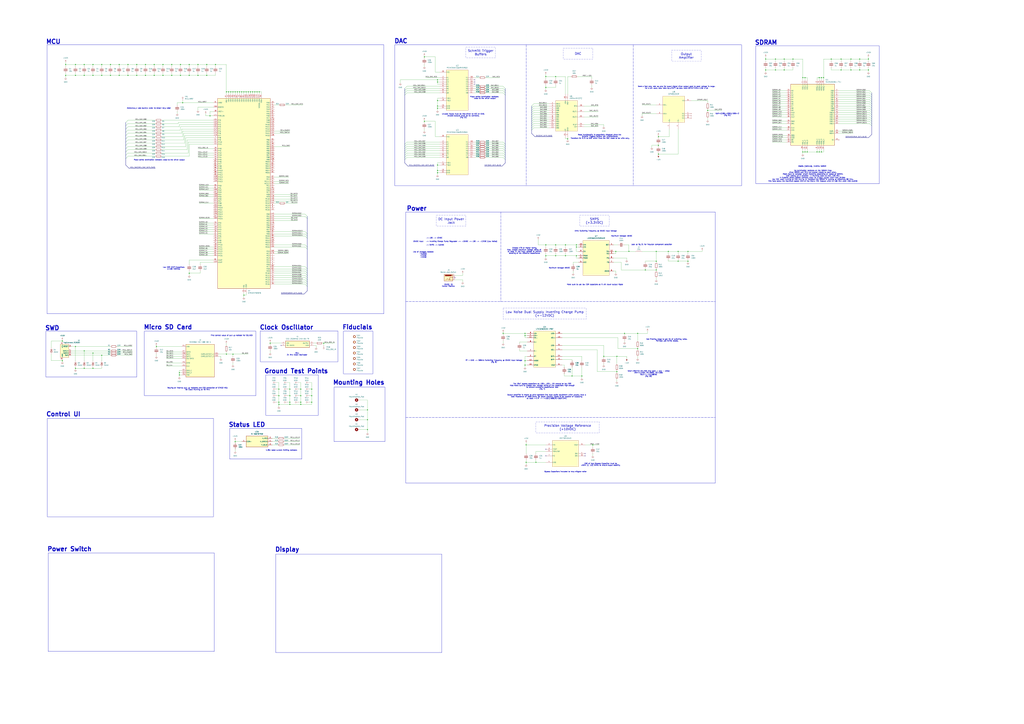
<source format=kicad_sch>
(kicad_sch (version 20231120) (generator "eeschema") (generator_version "8.0")
  (paper "A0")
  (bus_alias "DAC_DATA_BUS" (members "DB[0..11]"))
  (bus_alias "MCU_DAC_DATA_BUS" (members "DB[0..11]"))
  (bus_alias "SDRAM_DATA_BUS" (members "DQ[0..15]"))
  (junction (at 610.87 516.89))
  (junction (at 168.91 87.63))
  (junction (at 508 95.25))
  (junction (at 199.39 74.93))
  (junction (at 240.03 87.63))
  (junction (at 181.61 402.59))
  (junction (at 988.06 68.58))
  (junction (at 956.31 90.17))
  (junction (at 659.13 161.29))
  (junction (at 349.25 469.9))
  (junction (at 158.75 87.63))
  (junction (at 323.85 459.74))
  (junction (at 189.23 87.63))
  (junction (at 336.55 459.74))
  (junction (at 764.54 158.75))
  (junction (at 492.76 140.97))
  (junction (at 508 200.66))
  (junction (at 740.41 405.13))
  (junction (at 716.28 431.8))
  (junction (at 426.72 499.11))
  (junction (at 323.85 452.12))
  (junction (at 267.97 106.68))
  (junction (at 976.63 68.58))
  (junction (at 762 292.1))
  (junction (at 262.89 411.48))
  (junction (at 76.2 74.93))
  (junction (at 716.28 414.02))
  (junction (at 762 313.69))
  (junction (at 323.85 467.36))
  (junction (at 988.06 81.28))
  (junction (at 128.27 87.63))
  (junction (at 336.55 452.12))
  (junction (at 148.59 87.63))
  (junction (at 715.01 292.1))
  (junction (at 148.59 74.93))
  (junction (at 209.55 74.93))
  (junction (at 219.71 74.93))
  (junction (at 179.07 74.93))
  (junction (at 278.13 106.68))
  (junction (at 349.25 459.74))
  (junction (at 821.69 128.27))
  (junction (at 361.95 467.36))
  (junction (at 669.29 287.02))
  (junction (at 798.83 292.1))
  (junction (at 1008.38 68.58))
  (junction (at 138.43 74.93))
  (junction (at 118.11 74.93))
  (junction (at 212.09 119.38))
  (junction (at 87.63 87.63))
  (junction (at 688.34 516.89))
  (junction (at 273.05 106.68))
  (junction (at 730.25 292.1))
  (junction (at 664.21 436.88))
  (junction (at 138.43 87.63))
  (junction (at 934.72 176.53))
  (junction (at 764.54 168.91))
  (junction (at 118.11 87.63))
  (junction (at 285.75 106.68))
  (junction (at 270.51 106.68))
  (junction (at 669.29 284.48))
  (junction (at 270.51 411.48))
  (junction (at 998.22 68.58))
  (junction (at 951.23 176.53))
  (junction (at 656.59 284.48))
  (junction (at 283.21 342.9))
  (junction (at 951.23 90.17))
  (junction (at 250.19 74.93))
  (junction (at 118.11 412.75))
  (junction (at 361.95 459.74))
  (junction (at 219.71 317.5))
  (junction (at 229.87 74.93))
  (junction (at 107.95 74.93))
  (junction (at 953.77 176.53))
  (junction (at 798.83 303.53))
  (junction (at 229.87 87.63))
  (junction (at 375.92 398.78))
  (junction (at 645.16 297.18))
  (junction (at 1008.38 81.28))
  (junction (at 275.59 106.68))
  (junction (at 508 125.73))
  (junction (at 107.95 87.63))
  (junction (at 508 123.19))
  (junction (at 87.63 427.99))
  (junction (at 508 92.71))
  (junction (at 953.77 90.17))
  (junction (at 280.67 106.68))
  (junction (at 701.04 414.02))
  (junction (at 323.85 469.9))
  (junction (at 669.29 297.18))
  (junction (at 87.63 402.59))
  (junction (at 189.23 74.93))
  (junction (at 998.22 81.28))
  (junction (at 508 191.77))
  (junction (at 610.87 537.21))
  (junction (at 900.43 81.28))
  (junction (at 965.2 68.58))
  (junction (at 426.72 476.25))
  (junction (at 72.39 396.24))
  (junction (at 787.4 292.1))
  (junction (at 290.83 106.68))
  (junction (at 633.73 284.48))
  (junction (at 889 68.58))
  (junction (at 168.91 74.93))
  (junction (at 976.63 81.28))
  (junction (at 158.75 74.93))
  (junction (at 622.3 537.21))
  (junction (at 609.6 387.35))
  (junction (at 633.73 88.9))
  (junction (at 764.54 179.07))
  (junction (at 273.05 513.08))
  (junction (at 349.25 452.12))
  (junction (at 208.28 435.61))
  (junction (at 361.95 452.12))
  (junction (at 609.6 424.18))
  (junction (at 349.25 467.36))
  (junction (at 937.26 176.53))
  (junction (at 295.91 106.68))
  (junction (at 900.43 68.58))
  (junction (at 920.75 68.58))
  (junction (at 609.6 389.89))
  (junction (at 72.39 419.1))
  (junction (at 775.97 292.1))
  (junction (at 128.27 74.93))
  (junction (at 492.76 66.04))
  (junction (at 87.63 74.93))
  (junction (at 725.17 387.35))
  (junction (at 97.79 407.67))
  (junction (at 762 303.53))
  (junction (at 910.59 68.58))
  (junction (at 298.45 106.68))
  (junction (at 300.99 106.68))
  (junction (at 199.39 87.63))
  (junction (at 107.95 427.99))
  (junction (at 889 81.28))
  (junction (at 288.29 106.68))
  (junction (at 76.2 87.63))
  (junction (at 107.95 410.21))
  (junction (at 336.55 467.36))
  (junction (at 219.71 87.63))
  (junction (at 910.59 81.28))
  (junction (at 243.84 134.62))
  (junction (at 787.4 303.53))
  (junction (at 932.18 90.17))
  (junction (at 609.6 419.1))
  (junction (at 675.64 436.88))
  (junction (at 948.69 176.53))
  (junction (at 645.16 88.9))
  (junction (at 283.21 106.68))
  (junction (at 740.41 387.35))
  (junction (at 208.28 433.07))
  (junction (at 932.18 176.53))
  (junction (at 313.69 398.78))
  (junction (at 749.3 313.69))
  (junction (at 97.79 87.63))
  (junction (at 656.59 297.18))
  (junction (at 240.03 74.93))
  (junction (at 293.37 106.68))
  (junction (at 633.73 297.18))
  (junction (at 633.73 101.6))
  (junction (at 179.07 87.63))
  (junction (at 97.79 427.99))
  (junction (at 97.79 74.93))
  (junction (at 508 116.84))
  (junction (at 584.2 387.35))
  (junction (at 265.43 106.68))
  (junction (at 209.55 87.63))
  (junction (at 426.72 487.68))
  (junction (at 645.16 284.48))
  (junction (at 934.72 90.17))
  (junction (at 336.55 469.9))
  (junction (at 262.89 106.68))
  (junction (at 508 198.12))
  (no_connect (at 633.73 529.59))
  (no_connect (at 551.18 95.25))
  (no_connect (at 326.39 401.32))
  (no_connect (at 551.18 97.79))
  (no_connect (at 551.18 92.71))
  (no_connect (at 679.45 527.05))
  (no_connect (at 679.45 529.59))
  (no_connect (at 633.73 521.97))
  (no_connect (at 528.32 322.58))
  (bus_entry (at 584.2 172.72) (size 2.54 2.54))
  (bus_entry (at 1012.19 138.43) (size -2.54 -2.54))
  (bus_entry (at 1012.19 143.51) (size -2.54 -2.54))
  (bus_entry (at 584.2 102.87) (size 2.54 2.54))
  (bus_entry (at 1012.19 125.73) (size -2.54 -2.54))
  (bus_entry (at 1012.19 107.95) (size -2.54 -2.54))
  (bus_entry (at 356.87 287.02) (size -2.54 -2.54))
  (bus_entry (at 1012.19 118.11) (size -2.54 -2.54))
  (bus_entry (at 619.76 120.65) (size -2.54 2.54))
  (bus_entry (at 472.44 165.1) (size -2.54 2.54))
  (bus_entry (at 1012.19 133.35) (size -2.54 -2.54))
  (bus_entry (at 584.2 167.64) (size 2.54 2.54))
  (bus_entry (at 472.44 105.41) (size -2.54 2.54))
  (bus_entry (at 619.76 125.73) (size -2.54 2.54))
  (bus_entry (at 148.59 162.56) (size -2.54 2.54))
  (bus_entry (at 472.44 167.64) (size -2.54 2.54))
  (bus_entry (at 584.2 177.8) (size 2.54 2.54))
  (bus_entry (at 472.44 100.33) (size -2.54 2.54))
  (bus_entry (at 1012.19 110.49) (size -2.54 -2.54))
  (bus_entry (at 356.87 274.32) (size -2.54 -2.54))
  (bus_entry (at 472.44 172.72) (size -2.54 2.54))
  (bus_entry (at 619.76 135.89) (size -2.54 2.54))
  (bus_entry (at 148.59 147.32) (size -2.54 2.54))
  (bus_entry (at 148.59 151.13) (size -2.54 2.54))
  (bus_entry (at 356.87 251.46) (size -2.54 -2.54))
  (bus_entry (at 148.59 170.18) (size -2.54 2.54))
  (bus_entry (at 586.74 167.64) (size -2.54 -2.54))
  (bus_entry (at 472.44 175.26) (size -2.54 2.54))
  (bus_entry (at 586.74 182.88) (size -2.54 -2.54))
  (bus_entry (at 619.76 123.19) (size -2.54 2.54))
  (bus_entry (at 472.44 170.18) (size -2.54 2.54))
  (bus_entry (at 1012.19 146.05) (size -2.54 -2.54))
  (bus_entry (at 356.87 327.66) (size -2.54 -2.54))
  (bus_entry (at 356.87 289.56) (size -2.54 -2.54))
  (bus_entry (at 148.59 173.99) (size -2.54 2.54))
  (bus_entry (at 356.87 320.04) (size -2.54 -2.54))
  (bus_entry (at 1012.19 128.27) (size -2.54 -2.54))
  (bus_entry (at 472.44 177.8) (size -2.54 2.54))
  (bus_entry (at 619.76 128.27) (size -2.54 2.54))
  (bus_entry (at 619.76 130.81) (size -2.54 2.54))
  (bus_entry (at 356.87 330.2) (size -2.54 -2.54))
  (bus_entry (at 472.44 180.34) (size -2.54 2.54))
  (bus_entry (at 356.87 276.86) (size -2.54 -2.54))
  (bus_entry (at 472.44 107.95) (size -2.54 2.54))
  (bus_entry (at 148.59 177.8) (size -2.54 2.54))
  (bus_entry (at 584.2 107.95) (size 2.54 2.54))
  (bus_entry (at 1012.19 120.65) (size -2.54 -2.54))
  (bus_entry (at 1012.19 130.81) (size -2.54 -2.54))
  (bus_entry (at 148.59 166.37) (size -2.54 2.54))
  (bus_entry (at 1012.19 115.57) (size -2.54 -2.54))
  (bus_entry (at 1012.19 113.03) (size -2.54 -2.54))
  (bus_entry (at 586.74 177.8) (size -2.54 -2.54))
  (bus_entry (at 356.87 317.5) (size -2.54 -2.54))
  (bus_entry (at 586.74 172.72) (size -2.54 -2.54))
  (bus_entry (at 356.87 325.12) (size -2.54 -2.54))
  (bus_entry (at 584.2 182.88) (size 2.54 2.54))
  (bus_entry (at 356.87 312.42) (size -2.54 -2.54))
  (bus_entry (at 619.76 148.59) (size -2.54 2.54))
  (bus_entry (at 1012.19 140.97) (size -2.54 -2.54))
  (bus_entry (at 1012.19 135.89) (size -2.54 -2.54))
  (bus_entry (at 1012.19 123.19) (size -2.54 -2.54))
  (bus_entry (at 148.59 154.94) (size -2.54 2.54))
  (bus_entry (at 148.59 181.61) (size -2.54 2.54))
  (bus_entry (at 619.76 138.43) (size -2.54 2.54))
  (bus_entry (at 619.76 146.05) (size -2.54 2.54))
  (bus_entry (at 586.74 102.87) (size -2.54 -2.54))
  (bus_entry (at 472.44 102.87) (size -2.54 2.54))
  (bus_entry (at 356.87 322.58) (size -2.54 -2.54))
  (bus_entry (at 619.76 143.51) (size -2.54 2.54))
  (bus_entry (at 472.44 182.88) (size -2.54 2.54))
  (bus_entry (at 356.87 271.78) (size -2.54 -2.54))
  (bus_entry (at 619.76 133.35) (size -2.54 2.54))
  (bus_entry (at 148.59 158.75) (size -2.54 2.54))
  (bus_entry (at 356.87 314.96) (size -2.54 -2.54))
  (bus_entry (at 356.87 332.74) (size -2.54 -2.54))
  (bus_entry (at 586.74 107.95) (size -2.54 -2.54))
  (bus_entry (at 356.87 254) (size -2.54 -2.54))
  (bus_entry (at 619.76 140.97) (size -2.54 2.54))
  (bus_entry (at 148.59 143.51) (size -2.54 2.54))
  (bus_entry (at 148.59 139.7) (size -2.54 2.54))
  (wire (pts (xy 937.26 176.53) (xy 948.69 176.53)))
  (wire (pts (xy 688.34 516.89) (xy 688.34 519.43)))
  (wire (pts (xy 775.97 302.26) (xy 775.97 303.53)))
  (wire (pts (xy 563.88 105.41) (xy 584.2 105.41)))
  (wire (pts (xy 426.72 476.25) (xy 417.83 476.25)))
  (wire (pts (xy 896.62 115.57) (xy 913.13 115.57)))
  (wire (pts (xy 675.64 414.02) (xy 675.64 419.1)))
  (wire (pts (xy 669.29 287.02) (xy 671.83 287.02)))
  (polyline (pts (xy 471.17 350.52) (xy 830.58 350.52)) (stroke (width 0.254) (type dash)))
  (wire (pts (xy 988.06 68.58) (xy 998.22 68.58)))
  (bus (pts (xy 356.87 317.5) (xy 356.87 320.04)))
  (wire (pts (xy 974.09 107.95) (xy 1009.65 107.95)))
  (wire (pts (xy 756.92 171.45) (xy 756.92 168.91)))
  (bus (pts (xy 617.22 135.89) (xy 617.22 138.43)))
  (wire (pts (xy 974.09 118.11) (xy 1009.65 118.11)))
  (wire (pts (xy 937.26 176.53) (xy 934.72 176.53)))
  (wire (pts (xy 687.07 88.9) (xy 687.07 91.44)))
  (wire (pts (xy 492.76 140.97) (xy 492.76 142.24)))
  (wire (pts (xy 610.87 516.89) (xy 633.73 516.89)))
  (wire (pts (xy 551.18 167.64) (xy 556.26 167.64)))
  (wire (pts (xy 331.47 236.22) (xy 345.44 236.22)))
  (wire (pts (xy 349.25 459.74) (xy 349.25 467.36)))
  (wire (pts (xy 472.44 107.95) (xy 510.54 107.95)))
  (wire (pts (xy 965.2 68.58) (xy 976.63 68.58)))
  (wire (pts (xy 187.96 139.7) (xy 247.65 139.7)))
  (wire (pts (xy 76.2 72.39) (xy 76.2 74.93)))
  (wire (pts (xy 764.54 158.75) (xy 777.24 158.75)))
  (wire (pts (xy 148.59 139.7) (xy 180.34 139.7)))
  (wire (pts (xy 603.25 397.51) (xy 612.14 397.51)))
  (wire (pts (xy 262.89 398.78) (xy 262.89 401.32)))
  (wire (pts (xy 777.24 158.75) (xy 777.24 149.86)))
  (wire (pts (xy 472.44 180.34) (xy 510.54 180.34)))
  (wire (pts (xy 97.79 87.63) (xy 107.95 87.63)))
  (wire (pts (xy 717.55 405.13) (xy 740.41 405.13)))
  (wire (pts (xy 359.41 459.74) (xy 361.95 459.74)))
  (wire (pts (xy 250.19 85.09) (xy 250.19 87.63)))
  (wire (pts (xy 619.76 120.65) (xy 637.54 120.65)))
  (wire (pts (xy 72.39 419.1) (xy 72.39 420.37)))
  (wire (pts (xy 717.55 405.13) (xy 717.55 392.43)))
  (wire (pts (xy 725.17 284.48) (xy 730.25 284.48)))
  (wire (pts (xy 815.34 292.1) (xy 798.83 292.1)))
  (wire (pts (xy 247.65 149.86) (xy 210.82 149.86)))
  (wire (pts (xy 72.39 417.83) (xy 72.39 419.1)))
  (wire (pts (xy 270.51 411.48) (xy 262.89 411.48)))
  (wire (pts (xy 87.63 402.59) (xy 128.27 402.59)))
  (wire (pts (xy 775.97 292.1) (xy 775.97 294.64)))
  (wire (pts (xy 551.18 182.88) (xy 556.26 182.88)))
  (wire (pts (xy 82.55 410.21) (xy 107.95 410.21)))
  (wire (pts (xy 283.21 106.68) (xy 283.21 109.22)))
  (wire (pts (xy 727.71 299.72) (xy 727.71 302.26)))
  (wire (pts (xy 948.69 173.99) (xy 948.69 176.53)))
  (wire (pts (xy 669.29 297.18) (xy 669.29 299.72)))
  (wire (pts (xy 821.69 116.84) (xy 802.64 116.84)))
  (wire (pts (xy 335.28 205.74) (xy 318.77 205.74)))
  (wire (pts (xy 316.23 509.27) (xy 322.58 509.27)))
  (wire (pts (xy 998.22 68.58) (xy 1008.38 68.58)))
  (wire (pts (xy 505.46 66.04) (xy 492.76 66.04)))
  (wire (pts (xy 135.89 407.67) (xy 153.67 407.67)))
  (bus (pts (xy 146.05 157.48) (xy 146.05 161.29)))
  (wire (pts (xy 199.39 74.93) (xy 209.55 74.93)))
  (wire (pts (xy 318.77 309.88) (xy 354.33 309.88)))
  (wire (pts (xy 426.72 487.68) (xy 417.83 487.68)))
  (wire (pts (xy 288.29 106.68) (xy 290.83 106.68)))
  (wire (pts (xy 349.25 467.36) (xy 349.25 469.9)))
  (wire (pts (xy 187.96 170.18) (xy 215.9 170.18)))
  (wire (pts (xy 148.59 74.93) (xy 148.59 77.47)))
  (bus (pts (xy 146.05 184.15) (xy 146.05 191.77)))
  (wire (pts (xy 584.2 396.24) (xy 584.2 398.78)))
  (wire (pts (xy 318.77 284.48) (xy 354.33 284.48)))
  (wire (pts (xy 508 128.27) (xy 508 125.73)))
  (wire (pts (xy 965.2 81.28) (xy 976.63 81.28)))
  (wire (pts (xy 787.4 303.53) (xy 775.97 303.53)))
  (wire (pts (xy 231.14 289.56) (xy 247.65 289.56)))
  (wire (pts (xy 821.69 119.38) (xy 821.69 116.84)))
  (wire (pts (xy 76.2 77.47) (xy 76.2 74.93)))
  (wire (pts (xy 336.55 467.36) (xy 336.55 469.9)))
  (wire (pts (xy 168.91 87.63) (xy 179.07 87.63)))
  (wire (pts (xy 693.42 431.8) (xy 693.42 406.4)))
  (wire (pts (xy 247.65 160.02) (xy 215.9 160.02)))
  (wire (pts (xy 510.54 198.12) (xy 508 198.12)))
  (wire (pts (xy 948.69 90.17) (xy 951.23 90.17)))
  (wire (pts (xy 321.31 444.5) (xy 323.85 444.5)))
  (wire (pts (xy 323.85 467.36) (xy 323.85 469.9)))
  (wire (pts (xy 238.76 132.08) (xy 238.76 134.62)))
  (wire (pts (xy 974.09 120.65) (xy 1009.65 120.65)))
  (wire (pts (xy 896.62 160.02) (xy 913.13 160.02)))
  (wire (pts (xy 361.95 452.12) (xy 361.95 459.74)))
  (wire (pts (xy 821.69 127) (xy 821.69 128.27)))
  (wire (pts (xy 187.96 154.94) (xy 210.82 154.94)))
  (wire (pts (xy 764.54 158.75) (xy 764.54 160.02)))
  (wire (pts (xy 205.74 119.38) (xy 212.09 119.38)))
  (wire (pts (xy 603.25 398.78) (xy 603.25 397.51)))
  (wire (pts (xy 72.39 396.24) (xy 59.69 396.24)))
  (wire (pts (xy 417.83 464.82) (xy 426.72 464.82)))
  (wire (pts (xy 298.45 109.22) (xy 298.45 106.68)))
  (bus (pts (xy 1012.19 133.35) (xy 1012.19 135.89)))
  (wire (pts (xy 243.84 134.62) (xy 247.65 134.62)))
  (wire (pts (xy 250.19 74.93) (xy 262.89 74.93)))
  (wire (pts (xy 148.59 173.99) (xy 180.34 173.99)))
  (bus (pts (xy 356.87 254) (xy 356.87 271.78)))
  (bus (pts (xy 617.22 146.05) (xy 617.22 148.59)))
  (wire (pts (xy 243.84 129.54) (xy 243.84 134.62)))
  (wire (pts (xy 87.63 74.93) (xy 87.63 77.47)))
  (wire (pts (xy 318.77 327.66) (xy 354.33 327.66)))
  (wire (pts (xy 189.23 87.63) (xy 189.23 85.09)))
  (wire (pts (xy 934.72 90.17) (xy 932.18 90.17)))
  (bus (pts (xy 146.05 146.05) (xy 146.05 149.86)))
  (bus (pts (xy 356.87 320.04) (xy 356.87 322.58)))
  (wire (pts (xy 193.04 416.56) (xy 210.82 416.56)))
  (bus (pts (xy 1012.19 146.05) (xy 1012.19 156.21)))
  (wire (pts (xy 956.31 176.53) (xy 956.31 173.99)))
  (bus (pts (xy 981.71 160.02) (xy 1008.38 160.02)))
  (wire (pts (xy 199.39 74.93) (xy 199.39 77.47)))
  (bus (pts (xy 353.06 341.63) (xy 356.87 337.82)))
  (wire (pts (xy 610.87 537.21) (xy 610.87 539.75)))
  (wire (pts (xy 118.11 427.99) (xy 107.95 427.99)))
  (wire (pts (xy 187.96 158.75) (xy 212.09 158.75)))
  (wire (pts (xy 247.65 147.32) (xy 209.55 147.32)))
  (wire (pts (xy 896.62 162.56) (xy 913.13 162.56)))
  (wire (pts (xy 247.65 180.34) (xy 229.87 180.34)))
  (wire (pts (xy 730.25 284.48) (xy 730.25 292.1)))
  (bus (pts (xy 617.22 133.35) (xy 617.22 135.89)))
  (wire (pts (xy 359.41 452.12) (xy 361.95 452.12)))
  (wire (pts (xy 610.87 514.35) (xy 610.87 516.89)))
  (wire (pts (xy 87.63 426.72) (xy 87.63 427.99)))
  (wire (pts (xy 669.29 284.48) (xy 669.29 287.02)))
  (bus (pts (xy 586.74 172.72) (xy 586.74 175.26)))
  (wire (pts (xy 318.77 154.94) (xy 336.55 154.94)))
  (wire (pts (xy 974.09 140.97) (xy 1009.65 140.97)))
  (bus (pts (xy 146.05 191.77) (xy 149.86 195.58)))
  (wire (pts (xy 148.59 74.93) (xy 158.75 74.93)))
  (bus (pts (xy 1012.19 143.51) (xy 1012.19 146.05)))
  (wire (pts (xy 896.62 151.13) (xy 913.13 151.13)))
  (wire (pts (xy 551.18 105.41) (xy 556.26 105.41)))
  (wire (pts (xy 59.69 396.24) (xy 59.69 403.86)))
  (wire (pts (xy 932.18 68.58) (xy 920.75 68.58)))
  (wire (pts (xy 334.01 459.74) (xy 336.55 459.74)))
  (wire (pts (xy 551.18 175.26) (xy 556.26 175.26)))
  (wire (pts (xy 510.54 158.75) (xy 505.46 158.75)))
  (wire (pts (xy 671.83 304.8) (xy 665.48 304.8)))
  (wire (pts (xy 749.3 312.42) (xy 749.3 313.69)))
  (wire (pts (xy 107.95 87.63) (xy 118.11 87.63)))
  (wire (pts (xy 209.55 74.93) (xy 219.71 74.93)))
  (wire (pts (xy 787.4 303.53) (xy 798.83 303.53)))
  (wire (pts (xy 675.64 414.02) (xy 652.78 414.02)))
  (wire (pts (xy 219.71 167.64) (xy 219.71 181.61)))
  (wire (pts (xy 896.62 165.1) (xy 913.13 165.1)))
  (wire (pts (xy 321.31 459.74) (xy 323.85 459.74)))
  (wire (pts (xy 361.95 444.5) (xy 361.95 452.12)))
  (wire (pts (xy 212.09 116.84) (xy 212.09 119.38)))
  (wire (pts (xy 323.85 459.74) (xy 323.85 467.36)))
  (wire (pts (xy 97.79 427.99) (xy 87.63 427.99)))
  (wire (pts (xy 219.71 74.93) (xy 229.87 74.93)))
  (wire (pts (xy 974.09 113.03) (xy 1009.65 113.03)))
  (wire (pts (xy 87.63 74.93) (xy 97.79 74.93)))
  (wire (pts (xy 229.87 128.27) (xy 229.87 124.46)))
  (wire (pts (xy 584.2 387.35) (xy 584.2 388.62)))
  (wire (pts (xy 82.55 402.59) (xy 87.63 402.59)))
  (wire (pts (xy 87.63 427.99) (xy 87.63 429.26)))
  (bus (pts (xy 586.74 170.18) (xy 586.74 172.72)))
  (wire (pts (xy 262.89 74.93) (xy 262.89 106.68)))
  (wire (pts (xy 472.44 175.26) (xy 510.54 175.26)))
  (wire (pts (xy 896.62 143.51) (xy 913.13 143.51)))
  (bus (pts (xy 356.87 287.02) (xy 356.87 289.56)))
  (wire (pts (xy 262.89 411.48) (xy 254 411.48)))
  (wire (pts (xy 932.18 173.99) (xy 932.18 176.53)))
  (wire (pts (xy 619.76 133.35) (xy 637.54 133.35)))
  (wire (pts (xy 97.79 426.72) (xy 97.79 427.99)))
  (wire (pts (xy 107.95 410.21) (xy 107.95 419.1)))
  (bus (pts (xy 1012.19 140.97) (xy 1012.19 143.51)))
  (wire (pts (xy 974.09 152.4) (xy 990.6 152.4)))
  (wire (pts (xy 665.48 314.96) (xy 665.48 317.5)))
  (wire (pts (xy 318.77 170.18) (xy 336.55 170.18)))
  (wire (pts (xy 664.21 426.72) (xy 664.21 436.88)))
  (wire (pts (xy 584.2 387.35) (xy 609.6 387.35)))
  (wire (pts (xy 231.14 264.16) (xy 247.65 264.16)))
  (wire (pts (xy 896.62 123.19) (xy 913.13 123.19)))
  (wire (pts (xy 367.03 403.86) (xy 367.03 401.32)))
  (wire (pts (xy 273.05 106.68) (xy 275.59 106.68)))
  (wire (pts (xy 265.43 106.68) (xy 267.97 106.68)))
  (wire (pts (xy 472.44 172.72) (xy 510.54 172.72)))
  (wire (pts (xy 633.73 284.48) (xy 645.16 284.48)))
  (wire (pts (xy 273.05 513.08) (xy 273.05 514.35)))
  (wire (pts (xy 508 203.2) (xy 508 200.66)))
  (wire (pts (xy 335.28 210.82) (xy 318.77 210.82)))
  (wire (pts (xy 285.75 340.36) (xy 285.75 342.9)))
  (wire (pts (xy 189.23 74.93) (xy 199.39 74.93)))
  (bus (pts (xy 356.87 274.32) (xy 356.87 276.86)))
  (wire (pts (xy 158.75 74.93) (xy 168.91 74.93)))
  (wire (pts (xy 740.41 405.13) (xy 740.41 406.4)))
  (wire (pts (xy 508 116.84) (xy 508 123.19)))
  (wire (pts (xy 619.76 130.81) (xy 637.54 130.81)))
  (wire (pts (xy 231.14 220.98) (xy 247.65 220.98)))
  (wire (pts (xy 231.14 294.64) (xy 247.65 294.64)))
  (wire (pts (xy 551.18 100.33) (xy 556.26 100.33)))
  (wire (pts (xy 951.23 90.17) (xy 951.23 92.71)))
  (wire (pts (xy 318.77 251.46) (xy 354.33 251.46)))
  (wire (pts (xy 974.09 115.57) (xy 1009.65 115.57)))
  (wire (pts (xy 764.54 157.48) (xy 764.54 158.75)))
  (wire (pts (xy 217.17 162.56) (xy 217.17 173.99)))
  (wire (pts (xy 318.77 228.6) (xy 345.44 228.6)))
  (wire (pts (xy 273.05 106.68) (xy 273.05 109.22)))
  (wire (pts (xy 267.97 106.68) (xy 270.51 106.68)))
  (wire (pts (xy 619.76 148.59) (xy 637.54 148.59)))
  (wire (pts (xy 551.18 177.8) (xy 556.26 177.8)))
  (wire (pts (xy 633.73 297.18) (xy 645.16 297.18)))
  (wire (pts (xy 508 191.77) (xy 510.54 191.77)))
  (wire (pts (xy 652.78 406.4) (xy 693.42 406.4)))
  (wire (pts (xy 633.73 88.9) (xy 645.16 88.9)))
  (wire (pts (xy 920.75 68.58) (xy 920.75 71.12)))
  (bus (pts (xy 1012.19 107.95) (xy 1012.19 110.49)))
  (wire (pts (xy 821.69 128.27) (xy 838.2 128.27)))
  (wire (pts (xy 762 322.58) (xy 762 325.12)))
  (bus (pts (xy 469.9 180.34) (xy 469.9 182.88)))
  (wire (pts (xy 331.47 121.92) (xy 351.79 121.92)))
  (wire (pts (xy 671.83 297.18) (xy 669.29 297.18)))
  (wire (pts (xy 318.77 231.14) (xy 345.44 231.14)))
  (wire (pts (xy 764.54 177.8) (xy 764.54 179.07)))
  (wire (pts (xy 238.76 134.62) (xy 243.84 134.62)))
  (wire (pts (xy 318.77 294.64) (xy 335.28 294.64)))
  (wire (pts (xy 472.44 102.87) (xy 510.54 102.87)))
  (wire (pts (xy 349.25 469.9) (xy 361.95 469.9)))
  (wire (pts (xy 687.07 99.06) (xy 687.07 101.6)))
  (wire (pts (xy 948.69 92.71) (xy 948.69 90.17)))
  (wire (pts (xy 250.19 74.93) (xy 250.19 77.47)))
  (wire (pts (xy 128.27 87.63) (xy 138.43 87.63)))
  (wire (pts (xy 349.25 444.5) (xy 349.25 452.12)))
  (wire (pts (xy 622.3 537.21) (xy 633.73 537.21)))
  (wire (pts (xy 472.44 167.64) (xy 510.54 167.64)))
  (bus (pts (xy 469.9 185.42) (xy 469.9 189.23)))
  (wire (pts (xy 762 292.1) (xy 762 303.53)))
  (wire (pts (xy 208.28 435.61) (xy 210.82 435.61)))
  (wire (pts (xy 889 81.28) (xy 900.43 81.28)))
  (wire (pts (xy 619.76 123.19) (xy 637.54 123.19)))
  (bus (pts (xy 586.74 167.64) (xy 586.74 170.18)))
  (wire (pts (xy 508 189.23) (xy 508 191.77)))
  (bus (pts (xy 356.87 327.66) (xy 356.87 330.2)))
  (wire (pts (xy 787.4 292.1) (xy 775.97 292.1)))
  (wire (pts (xy 965.2 71.12) (xy 965.2 68.58)))
  (wire (pts (xy 725.17 396.24) (xy 725.17 397.51)))
  (wire (pts (xy 528.32 325.12) (xy 537.21 325.12)))
  (wire (pts (xy 209.55 87.63) (xy 219.71 87.63)))
  (wire (pts (xy 187.96 166.37) (xy 214.63 166.37)))
  (wire (pts (xy 679.45 516.89) (xy 688.34 516.89)))
  (wire (pts (xy 207.01 142.24) (xy 207.01 143.51)))
  (wire (pts (xy 745.49 132.08) (xy 762 132.08)))
  (wire (pts (xy 472.44 182.88) (xy 510.54 182.88)))
  (wire (pts (xy 900.43 78.74) (xy 900.43 81.28)))
  (wire (pts (xy 727.71 414.02) (xy 716.28 414.02)))
  (bus (pts (xy 617.22 143.51) (xy 617.22 146.05)))
  (wire (pts (xy 798.83 303.53) (xy 798.83 304.8)))
  (wire (pts (xy 179.07 74.93) (xy 179.07 77.47)))
  (wire (pts (xy 645.16 99.06) (xy 645.16 101.6)))
  (bus (pts (xy 582.93 193.04) (xy 586.74 189.23)))
  (wire (pts (xy 316.23 516.89) (xy 322.58 516.89)))
  (wire (pts (xy 189.23 87.63) (xy 199.39 87.63)))
  (wire (pts (xy 148.59 166.37) (xy 180.34 166.37)))
  (wire (pts (xy 229.87 87.63) (xy 229.87 85.09)))
  (wire (pts (xy 953.77 176.53) (xy 956.31 176.53)))
  (wire (pts (xy 655.32 424.18) (xy 652.78 424.18)))
  (wire (pts (xy 208.28 430.53) (xy 208.28 433.07)))
  (wire (pts (xy 492.76 139.7) (xy 492.76 140.97)))
  (bus (pts (xy 1012.19 118.11) (xy 1012.19 120.65)))
  (wire (pts (xy 787.4 302.26) (xy 787.4 303.53)))
  (wire (pts (xy 72.39 419.1) (xy 59.69 419.1)))
  (wire (pts (xy 219.71 87.63) (xy 219.71 85.09)))
  (wire (pts (xy 896.62 107.95) (xy 913.13 107.95)))
  (wire (pts (xy 135.89 410.21) (xy 153.67 410.21)))
  (wire (pts (xy 701.04 401.32) (xy 701.04 414.02)))
  (polyline (pts (xy 581.66 246.38) (xy 581.66 350.52)) (stroke (width 0.254) (type dash)))
  (wire (pts (xy 896.62 148.59) (xy 913.13 148.59)))
  (wire (pts (xy 300.99 109.22) (xy 300.99 106.68)))
  (wire (pts (xy 280.67 106.68) (xy 280.67 109.22)))
  (wire (pts (xy 256.54 416.56) (xy 256.54 414.02)))
  (wire (pts (xy 633.73 294.64) (xy 633.73 297.18)))
  (bus (pts (xy 146.05 149.86) (xy 146.05 153.67)))
  (wire (pts (xy 508 116.84) (xy 510.54 116.84)))
  (wire (pts (xy 910.59 68.58) (xy 920.75 68.58)))
  (wire (pts (xy 364.49 398.78) (xy 367.03 398.78)))
  (wire (pts (xy 551.18 170.18) (xy 556.26 170.18)))
  (bus (pts (xy 617.22 154.94) (xy 621.03 158.75)))
  (wire (pts (xy 76.2 85.09) (xy 76.2 87.63)))
  (wire (pts (xy 563.88 170.18) (xy 584.2 170.18)))
  (wire (pts (xy 762 303.53) (xy 762 304.8)))
  (wire (pts (xy 240.03 74.93) (xy 240.03 77.47)))
  (bus (pts (xy 586.74 105.41) (xy 586.74 107.95)))
  (wire (pts (xy 633.73 101.6) (xy 645.16 101.6)))
  (wire (pts (xy 670.56 88.9) (xy 687.07 88.9)))
  (wire (pts (xy 138.43 74.93) (xy 138.43 77.47)))
  (wire (pts (xy 208.28 433.07) (xy 208.28 435.61)))
  (wire (pts (xy 375.92 398.78) (xy 388.62 398.78)))
  (wire (pts (xy 633.73 91.44) (xy 633.73 88.9)))
  (wire (pts (xy 229.87 87.63) (xy 240.03 87.63)))
  (wire (pts (xy 193.04 408.94) (xy 210.82 408.94)))
  (wire (pts (xy 563.88 102.87) (xy 584.2 102.87)))
  (wire (pts (xy 168.91 87.63) (xy 168.91 85.09)))
  (wire (pts (xy 633.73 297.18) (xy 633.73 299.72)))
  (bus (pts (xy 1012.19 135.89) (xy 1012.19 138.43)))
  (wire (pts (xy 210.82 430.53) (xy 208.28 430.53)))
  (wire (pts (xy 209.55 85.09) (xy 209.55 87.63)))
  (wire (pts (xy 610.87 527.05) (xy 610.87 516.89)))
  (wire (pts (xy 208.28 435.61) (xy 208.28 438.15)))
  (wire (pts (xy 505.46 140.97) (xy 492.76 140.97)))
  (wire (pts (xy 375.92 398.78) (xy 375.92 401.32)))
  (wire (pts (xy 764.54 179.07) (xy 764.54 180.34)))
  (bus (pts (xy 1012.19 115.57) (xy 1012.19 118.11)))
  (wire (pts (xy 318.77 269.24) (xy 354.33 269.24)))
  (wire (pts (xy 336.55 469.9) (xy 349.25 469.9)))
  (wire (pts (xy 749.3 313.69) (xy 721.36 313.69)))
  (wire (pts (xy 998.22 68.58) (xy 998.22 71.12)))
  (wire (pts (xy 330.2 516.89) (xy 347.98 516.89)))
  (wire (pts (xy 953.77 90.17) (xy 953.77 92.71)))
  (wire (pts (xy 974.09 138.43) (xy 1009.65 138.43)))
  (wire (pts (xy 889 81.28) (xy 889 83.82)))
  (wire (pts (xy 208.28 433.07) (xy 210.82 433.07)))
  (wire (pts (xy 609.6 414.02) (xy 609.6 419.1)))
  (wire (pts (xy 214.63 157.48) (xy 214.63 166.37)))
  (wire (pts (xy 278.13 106.68) (xy 280.67 106.68)))
  (bus (pts (xy 617.22 151.13) (xy 617.22 154.94)))
  (wire (pts (xy 208.28 144.78) (xy 208.28 147.32)))
  (bus (pts (xy 473.71 193.04) (xy 504.19 193.04)))
  (wire (pts (xy 821.69 137.16) (xy 821.69 139.7)))
  (wire (pts (xy 187.96 151.13) (xy 209.55 151.13)))
  (wire (pts (xy 655.32 426.72) (xy 655.32 424.18)))
  (wire (pts (xy 508 198.12) (xy 508 200.66)))
  (wire (pts (xy 181.61 402.59) (xy 181.61 403.86)))
  (wire (pts (xy 612.14 424.18) (xy 609.6 424.18)))
  (wire (pts (xy 937.26 173.99) (xy 937.26 176.53)))
  (wire (pts (xy 510.54 83.82) (xy 505.46 83.82)))
  (wire (pts (xy 656.59 88.9) (xy 656.59 109.22)))
  (wire (pts (xy 321.31 467.36) (xy 323.85 467.36)))
  (wire (pts (xy 148.59 154.94) (xy 180.34 154.94)))
  (wire (pts (xy 187.96 143.51) (xy 207.01 143.51)))
  (wire (pts (xy 193.04 414.02) (xy 210.82 414.02)))
  (wire (pts (xy 701.04 422.91) (xy 701.04 424.18)))
  (wire (pts (xy 953.77 90.17) (xy 956.31 90.17)))
  (wire (pts (xy 215.9 160.02) (xy 215.9 170.18)))
  (bus (pts (xy 146.05 176.53) (xy 146.05 180.34)))
  (wire (pts (xy 213.36 154.94) (xy 213.36 162.56)))
  (bus (pts (xy 146.05 153.67) (xy 146.05 157.48)))
  (wire (pts (xy 537.21 317.5) (xy 537.21 320.04)))
  (wire (pts (xy 633.73 101.6) (xy 633.73 104.14)))
  (wire (pts (xy 313.69 407.67) (xy 313.69 410.21)))
  (wire (pts (xy 932.18 176.53) (xy 932.18 179.07)))
  (wire (pts (xy 247.65 302.26) (xy 219.71 302.26)))
  (wire (pts (xy 318.77 226.06) (xy 345.44 226.06)))
  (wire (pts (xy 472.44 170.18) (xy 510.54 170.18)))
  (wire (pts (xy 247.65 165.1) (xy 218.44 165.1)))
  (wire (pts (xy 82.55 407.67) (xy 97.79 407.67)))
  (wire (pts (xy 330.2 509.27) (xy 347.98 509.27)))
  (wire (pts (xy 725.17 387.35) (xy 725.17 388.62)))
  (wire (pts (xy 148.59 170.18) (xy 180.34 170.18)))
  (wire (pts (xy 612.14 414.02) (xy 609.6 414.02)))
  (wire (pts (xy 273.05 511.81) (xy 273.05 513.08)))
  (wire (pts (xy 193.04 425.45) (xy 210.82 425.45)))
  (wire (pts (xy 508 123.19) (xy 508 125.73)))
  (bus (pts (xy 146.05 161.29) (xy 146.05 165.1)))
  (bus (pts (xy 586.74 177.8) (xy 586.74 180.34)))
  (wire (pts (xy 974.09 110.49) (xy 1009.65 110.49)))
  (wire (pts (xy 656.59 284.48) (xy 656.59 287.02)))
  (wire (pts (xy 300.99 106.68) (xy 298.45 106.68)))
  (wire (pts (xy 313.69 398.78) (xy 313.69 400.05)))
  (wire (pts (xy 138.43 87.63) (xy 148.59 87.63)))
  (wire (pts (xy 609.6 419.1) (xy 609.6 424.18)))
  (bus (pts (xy 469.9 177.8) (xy 469.9 180.34)))
  (wire (pts (xy 240.03 74.93) (xy 250.19 74.93)))
  (bus (pts (xy 146.05 165.1) (xy 146.05 168.91)))
  (wire (pts (xy 247.65 172.72) (xy 229.87 172.72)))
  (wire (pts (xy 889 78.74) (xy 889 81.28)))
  (wire (pts (xy 974.09 135.89) (xy 1009.65 135.89)))
  (wire (pts (xy 295.91 106.68) (xy 295.91 109.22)))
  (wire (pts (xy 231.14 215.9) (xy 247.65 215.9)))
  (wire (pts (xy 334.01 452.12) (xy 336.55 452.12)))
  (wire (pts (xy 508 97.79) (xy 508 95.25)))
  (bus (pts (xy 582.93 193.04) (xy 562.61 193.04)))
  (wire (pts (xy 148.59 181.61) (xy 180.34 181.61)))
  (wire (pts (xy 288.29 411.48) (xy 270.51 411.48)))
  (wire (pts (xy 212.09 119.38) (xy 247.65 119.38)))
  (wire (pts (xy 932.18 90.17) (xy 932.18 68.58)))
  (wire (pts (xy 937.26 92.71) (xy 937.26 90.17)))
  (wire (pts (xy 652.78 387.35) (xy 725.17 387.35)))
  (wire (pts (xy 721.36 313.69) (xy 721.36 304.8)))
  (wire (pts (xy 323.85 452.12) (xy 323.85 459.74)))
  (wire (pts (xy 345.44 254) (xy 318.77 254)))
  (wire (pts (xy 262.89 408.94) (xy 262.89 411.48)))
  (wire (pts (xy 622.3 524.51) (xy 622.3 527.05)))
  (wire (pts (xy 716.28 440.69) (xy 716.28 443.23)))
  (wire (pts (xy 283.21 342.9) (xy 283.21 345.44)))
  (wire (pts (xy 619.76 128.27) (xy 637.54 128.27)))
  (wire (pts (xy 712.47 292.1) (xy 715.01 292.1)))
  (wire (pts (xy 678.18 144.78) (xy 701.04 144.78)))
  (wire (pts (xy 712.47 299.72) (xy 727.71 299.72)))
  (bus (pts (xy 146.05 172.72) (xy 146.05 176.53)))
  (wire (pts (xy 798.83 292.1) (xy 787.4 292.1)))
  (wire (pts (xy 645.16 297.18) (xy 656.59 297.18)))
  (wire (pts (xy 97.79 407.67) (xy 128.27 407.67)))
  (wire (pts (xy 910.59 78.74) (xy 910.59 81.28)))
  (wire (pts (xy 976.63 68.58) (xy 988.06 68.58)))
  (wire (pts (xy 675.64 436.88) (xy 675.64 439.42)))
  (wire (pts (xy 219.71 87.63) (xy 229.87 87.63)))
  (wire (pts (xy 346.71 444.5) (xy 349.25 444.5)))
  (wire (pts (xy 664.21 436.88) (xy 675.64 436.88)))
  (wire (pts (xy 87.63 87.63) (xy 97.79 87.63)))
  (wire (pts (xy 367.03 401.32) (xy 364.49 401.32)))
  (wire (pts (xy 551.18 107.95) (xy 556.26 107.95)))
  (wire (pts (xy 346.71 459.74) (xy 349.25 459.74)))
  (wire (pts (xy 665.48 304.8) (xy 665.48 307.34)))
  (bus (pts (xy 617.22 140.97) (xy 617.22 143.51)))
  (wire (pts (xy 247.65 129.54) (xy 243.84 129.54)))
  (wire (pts (xy 107.95 427.99) (xy 97.79 427.99)))
  (wire (pts (xy 656.59 161.29) (xy 656.59 160.02)))
  (wire (pts (xy 727.71 414.02) (xy 727.71 416.56)))
  (wire (pts (xy 247.65 152.4) (xy 212.09 152.4)))
  (wire (pts (xy 76.2 74.93) (xy 87.63 74.93)))
  (wire (pts (xy 563.88 180.34) (xy 584.2 180.34)))
  (wire (pts (xy 212.09 152.4) (xy 212.09 158.75)))
  (bus (pts (xy 586.74 175.26) (xy 586.74 177.8)))
  (wire (pts (xy 988.06 78.74) (xy 988.06 81.28)))
  (wire (pts (xy 262.89 106.68) (xy 265.43 106.68)))
  (wire (pts (xy 323.85 469.9) (xy 336.55 469.9)))
  (bus (pts (xy 356.87 271.78) (xy 356.87 274.32)))
  (wire (pts (xy 716.28 430.53) (xy 716.28 431.8)))
  (wire (pts (xy 118.11 426.72) (xy 118.11 427.99)))
  (wire (pts (xy 247.65 167.64) (xy 219.71 167.64)))
  (wire (pts (xy 59.69 419.1) (xy 59.69 411.48)))
  (wire (pts (xy 609.6 387.35) (xy 612.14 387.35)))
  (wire (pts (xy 318.77 314.96) (xy 354.33 314.96)))
  (wire (pts (xy 464.82 92.71) (xy 508 92.71)))
  (polyline (pts (xy 471.17 485.14) (xy 830.58 485.14)) (stroke (width 0.254) (type dash)))
  (wire (pts (xy 988.06 68.58) (xy 988.06 71.12)))
  (wire (pts (xy 815.34 290.83) (xy 815.34 292.1)))
  (wire (pts (xy 107.95 74.93) (xy 107.95 77.47)))
  (wire (pts (xy 974.09 133.35) (xy 1009.65 133.35)))
  (bus (pts (xy 149.86 195.58) (xy 180.34 195.58)))
  (bus (pts (xy 356.87 276.86) (xy 356.87 287.02)))
  (wire (pts (xy 934.72 173.99) (xy 934.72 176.53)))
  (wire (pts (xy 633.73 284.48) (xy 633.73 287.02)))
  (wire (pts (xy 492.76 66.04) (xy 492.76 67.31)))
  (wire (pts (xy 158.75 87.63) (xy 168.91 87.63)))
  (wire (pts (xy 168.91 74.93) (xy 168.91 77.47)))
  (bus (pts (xy 469.9 172.72) (xy 469.9 175.26)))
  (wire (pts (xy 563.88 172.72) (xy 584.2 172.72)))
  (wire (pts (xy 798.83 302.26) (xy 798.83 303.53)))
  (wire (pts (xy 318.77 152.4) (xy 336.55 152.4)))
  (wire (pts (xy 374.65 398.78) (xy 375.92 398.78)))
  (wire (pts (xy 209.55 147.32) (xy 209.55 151.13)))
  (wire (pts (xy 740.41 403.86) (xy 740.41 405.13)))
  (bus (pts (xy 1012.19 113.03) (xy 1012.19 115.57)))
  (wire (pts (xy 610.87 534.67) (xy 610.87 537.21)))
  (wire (pts (xy 619.76 146.05) (xy 637.54 146.05)))
  (wire (pts (xy 896.62 130.81) (xy 913.13 130.81)))
  (bus (pts (xy 1012.19 138.43) (xy 1012.19 140.97)))
  (wire (pts (xy 336.55 459.74) (xy 336.55 467.36)))
  (wire (pts (xy 303.53 106.68) (xy 300.99 106.68)))
  (wire (pts (xy 1008.38 66.04) (xy 1008.38 68.58)))
  (wire (pts (xy 472.44 165.1) (xy 510.54 165.1)))
  (wire (pts (xy 219.71 314.96) (xy 219.71 317.5)))
  (wire (pts (xy 148.59 87.63) (xy 148.59 85.09)))
  (wire (pts (xy 231.14 259.08) (xy 247.65 259.08)))
  (bus (pts (xy 146.05 142.24) (xy 146.05 146.05)))
  (wire (pts (xy 97.79 74.93) (xy 107.95 74.93)))
  (wire (pts (xy 313.69 398.78) (xy 326.39 398.78)))
  (wire (pts (xy 118.11 87.63) (xy 128.27 87.63)))
  (wire (pts (xy 231.14 261.62) (xy 247.65 261.62)))
  (wire (pts (xy 510.54 114.3) (xy 508 114.3)))
  (wire (pts (xy 247.65 144.78) (xy 208.28 144.78)))
  (wire (pts (xy 716.28 431.8) (xy 716.28 433.07)))
  (wire (pts (xy 764.54 168.91) (xy 764.54 170.18)))
  (wire (pts (xy 316.23 513.08) (xy 322.58 513.08)))
  (wire (pts (xy 219.71 74.93) (xy 219.71 77.47)))
  (wire (pts (xy 508 114.3) (xy 508 116.84)))
  (wire (pts (xy 118.11 74.93) (xy 128.27 74.93)))
  (wire (pts (xy 798.83 292.1) (xy 798.83 294.64)))
  (wire (pts (xy 688.34 516.89) (xy 695.96 516.89)))
  (wire (pts (xy 988.06 81.28) (xy 998.22 81.28)))
  (wire (pts (xy 624.84 284.48) (xy 633.73 284.48)))
  (wire (pts (xy 285.75 106.68) (xy 285.75 109.22)))
  (bus (pts (xy 469.9 105.41) (xy 469.9 107.95)))
  (wire (pts (xy 900.43 68.58) (xy 910.59 68.58)))
  (wire (pts (xy 609.6 389.89) (xy 609.6 387.35)))
  (wire (pts (xy 609.6 389.89) (xy 612.14 389.89)))
  (wire (pts (xy 330.2 513.08) (xy 347.98 513.08)))
  (polyline (pts (xy 735.33 52.07) (xy 735.33 215.9)) (stroke (width 0.254) (type dash)))
  (wire (pts (xy 656.59 284.48) (xy 669.29 284.48)))
  (wire (pts (xy 896.62 110.49) (xy 913.13 110.49)))
  (wire (pts (xy 247.65 142.24) (xy 207.01 142.24)))
  (wire (pts (xy 951.23 90.17) (xy 953.77 90.17)))
  (wire (pts (xy 787.4 179.07) (xy 787.4 149.86)))
  (wire (pts (xy 675.64 426.72) (xy 675.64 436.88)))
  (wire (pts (xy 158.75 74.93) (xy 158.75 77.47)))
  (wire (pts (xy 336.55 444.5) (xy 336.55 452.12)))
  (wire (pts (xy 247.65 304.8) (xy 232.41 304.8)))
  (wire (pts (xy 240.03 87.63) (xy 250.19 87.63)))
  (wire (pts (xy 148.59 151.13) (xy 180.34 151.13)))
  (bus (pts (xy 621.03 158.75) (xy 641.35 158.75)))
  (wire (pts (xy 740.41 387.35) (xy 740.41 396.24)))
  (wire (pts (xy 953.77 173.99) (xy 953.77 176.53)))
  (wire (pts (xy 229.87 74.93) (xy 229.87 77.47)))
  (wire (pts (xy 193.04 411.48) (xy 210.82 411.48)))
  (wire (pts (xy 974.09 143.51) (xy 1009.65 143.51)))
  (wire (pts (xy 318.77 330.2) (xy 354.33 330.2)))
  (wire (pts (xy 219.71 317.5) (xy 232.41 317.5)))
  (wire (pts (xy 764.54 168.91) (xy 764.54 167.64)))
  (wire (pts (xy 205.74 129.54) (xy 205.74 132.08)))
  (wire (pts (xy 247.65 177.8) (xy 229.87 177.8)))
  (wire (pts (xy 345.44 256.54) (xy 318.77 256.54)))
  (wire (pts (xy 283.21 340.36) (xy 283.21 342.9)))
  (wire (pts (xy 934.72 176.53) (xy 932.18 176.53)))
  (wire (pts (xy 948.69 176.53) (xy 951.23 176.53)))
  (wire (pts (xy 693.42 431.8) (xy 716.28 431.8)))
  (wire (pts (xy 349.25 452.12) (xy 349.25 459.74)))
  (bus (pts (xy 356.87 332.74) (xy 356.87 337.82)))
  (bus (pts (xy 146.05 180.34) (xy 146.05 184.15)))
  (bus (pts (xy 617.22 130.81) (xy 617.22 133.35)))
  (wire (pts (xy 290.83 106.68) (xy 290.83 109.22)))
  (wire (pts (xy 267.97 106.68) (xy 267.97 109.22)))
  (wire (pts (xy 655.32 434.34) (xy 655.32 436.88)))
  (wire (pts (xy 896.62 105.41) (xy 913.13 105.41)))
  (wire (pts (xy 900.43 68.58) (xy 900.43 71.12)))
  (wire (pts (xy 199.39 87.63) (xy 209.55 87.63)))
  (wire (pts (xy 288.29 106.68) (xy 288.29 109.22)))
  (wire (pts (xy 624.84 278.13) (xy 624.84 284.48)))
  (wire (pts (xy 293.37 106.68) (xy 293.37 109.22)))
  (wire (pts (xy 181.61 402.59) (xy 210.82 402.59)))
  (wire (pts (xy 298.45 106.68) (xy 295.91 106.68)))
  (wire (pts (xy 247.65 162.56) (xy 217.17 162.56)))
  (wire (pts (xy 256.54 414.02) (xy 254 414.02)))
  (wire (pts (xy 563.88 177.8) (xy 584.2 177.8)))
  (wire (pts (xy 725.17 387.35) (xy 740.41 387.35)))
  (wire (pts (xy 318.77 287.02) (xy 354.33 287.02)))
  (wire (pts (xy 359.41 467.36) (xy 361.95 467.36)))
  (bus (pts (xy 1012.19 123.19) (xy 1012.19 125.73)))
  (wire (pts (xy 787.4 292.1) (xy 787.4 294.64)))
  (bus (pts (xy 586.74 180.34) (xy 586.74 182.88)))
  (bus (pts (xy 356.87 251.46) (xy 356.87 254)))
  (wire (pts (xy 745.49 132.08) (xy 745.49 134.62)))
  (bus (pts (xy 469.9 189.23) (xy 473.71 193.04)))
  (wire (pts (xy 652.78 392.43) (xy 717.55 392.43)))
  (wire (pts (xy 974.09 154.94) (xy 990.6 154.94)))
  (wire (pts (xy 280.67 106.68) (xy 283.21 106.68)))
  (wire (pts (xy 231.14 236.22) (xy 247.65 236.22)))
  (bus (pts (xy 586.74 185.42) (xy 586.74 189.23)))
  (wire (pts (xy 745.49 292.1) (xy 762 292.1)))
  (wire (pts (xy 426.72 464.82) (xy 426.72 476.25)))
  (wire (pts (xy 900.43 81.28) (xy 910.59 81.28)))
  (wire (pts (xy 956.31 90.17) (xy 956.31 68.58)))
  (wire (pts (xy 740.41 414.02) (xy 740.41 416.56)))
  (wire (pts (xy 934.72 90.17) (xy 934.72 92.71)))
  (wire (pts (xy 664.21 419.1) (xy 664.21 417.83)))
  (wire (pts (xy 232.41 304.8) (xy 232.41 307.34)))
  (wire (pts (xy 426.72 499.11) (xy 426.72 487.68)))
  (wire (pts (xy 158.75 85.09) (xy 158.75 87.63)))
  (wire (pts (xy 247.65 157.48) (xy 214.63 157.48)))
  (wire (pts (xy 426.72 499.11) (xy 426.72 502.92)))
  (wire (pts (xy 678.18 129.54) (xy 694.69 129.54)))
  (wire (pts (xy 563.88 167.64) (xy 584.2 167.64)))
  (wire (pts (xy 896.62 157.48) (xy 913.13 157.48)))
  (wire (pts (xy 645.16 88.9) (xy 645.16 91.44)))
  (wire (pts (xy 168.91 74.93) (xy 179.07 74.93)))
  (wire (pts (xy 508 95.25) (xy 510.54 95.25)))
  (wire (pts (xy 231.14 271.78) (xy 247.65 271.78)))
  (wire (pts (xy 669.29 292.1) (xy 669.29 287.02)))
  (wire (pts (xy 716.28 414.02) (xy 716.28 422.91)))
  (wire (pts (xy 715.01 314.96) (xy 712.47 314.96)))
  (wire (pts (xy 701.04 414.02) (xy 701.04 415.29)))
  (wire (pts (xy 671.83 284.48) (xy 669.29 284.48)))
  (wire (pts (xy 749.3 304.8) (xy 749.3 303.53)))
  (wire (pts (xy 896.62 128.27) (xy 913.13 128.27)))
  (wire (pts (xy 231.14 292.1) (xy 247.65 292.1)))
  (wire (pts (xy 323.85 444.5) (xy 323.85 452.12)))
  (wire (pts (xy 688.34 527.05) (xy 688.34 529.59)))
  (wire (pts (xy 762 313.69) (xy 762 314.96)))
  (wire (pts (xy 361.95 467.36) (xy 361.95 469.9)))
  (wire (pts (xy 118.11 412.75) (xy 128.27 412.75)))
  (wire (pts (xy 128.27 74.93) (xy 138.43 74.93)))
  (bus (pts (xy 356.87 325.12) (xy 356.87 327.66)))
  (wire (pts (xy 275.59 106.68) (xy 278.13 106.68)))
  (wire (pts (xy 359.41 444.5) (xy 361.95 444.5)))
  (wire (pts (xy 1008.38 81.28) (xy 1008.38 83.82)))
  (wire (pts (xy 187.96 181.61) (xy 219.71 181.61)))
  (wire (pts (xy 896.62 113.03) (xy 913.13 113.03)))
  (wire (pts (xy 318.77 322.58) (xy 354.33 322.58)))
  (wire (pts (xy 659.13 88.9) (xy 659.13 109.22)))
  (wire (pts (xy 659.13 161.29) (xy 656.59 161.29)))
  (bus (pts (xy 586.74 182.88) (xy 586.74 185.42)))
  (wire (pts (xy 932.18 90.17) (xy 932.18 92.71)))
  (wire (pts (xy 619.76 135.89) (xy 637.54 135.89)))
  (wire (pts (xy 976.63 78.74) (xy 976.63 81.28)))
  (wire (pts (xy 193.04 421.64) (xy 210.82 421.64)))
  (bus (pts (xy 617.22 148.59) (xy 617.22 151.13)))
  (wire (pts (xy 721.36 304.8) (xy 712.47 304.8)))
  (wire (pts (xy 669.29 299.72) (xy 671.83 299.72)))
  (wire (pts (xy 1008.38 68.58) (xy 1008.38 71.12)))
  (wire (pts (xy 956.31 68.58) (xy 965.2 68.58)))
  (wire (pts (xy 645.16 284.48) (xy 656.59 284.48)))
  (wire (pts (xy 138.43 85.09) (xy 138.43 87.63)))
  (wire (pts (xy 896.62 133.35) (xy 913.13 133.35)))
  (bus (pts (xy 356.87 312.42) (xy 356.87 314.96)))
  (wire (pts (xy 563.88 90.17) (xy 580.39 90.17)))
  (wire (pts (xy 148.59 177.8) (xy 180.34 177.8)))
  (wire (pts (xy 701.04 147.32) (xy 701.04 144.78)))
  (wire (pts (xy 889 71.12) (xy 889 68.58)))
  (wire (pts (xy 273.05 521.97) (xy 273.05 524.51)))
  (wire (pts (xy 107.95 410.21) (xy 128.27 410.21)))
  (wire (pts (xy 118.11 85.09) (xy 118.11 87.63)))
  (wire (pts (xy 321.31 452.12) (xy 323.85 452.12)))
  (bus (pts (xy 1012.19 128.27) (xy 1012.19 130.81)))
  (wire (pts (xy 265.43 106.68) (xy 265.43 109.22)))
  (wire (pts (xy 118.11 74.93) (xy 118.11 77.47)))
  (wire (pts (xy 107.95 74.93) (xy 118.11 74.93)))
  (bus (pts (xy 469.9 170.18) (xy 469.9 172.72)))
  (wire (pts (xy 72.39 396.24) (xy 72.39 397.51)))
  (wire (pts (xy 334.01 467.36) (xy 336.55 467.36)))
  (bus (pts (xy 617.22 123.19) (xy 617.22 125.73)))
  (wire (pts (xy 974.09 128.27) (xy 1009.65 128.27)))
  (bus (pts (xy 586.74 110.49) (xy 586.74 167.64)))
  (wire (pts (xy 318.77 292.1) (xy 335.28 292.1)))
  (wire (pts (xy 678.18 147.32) (xy 694.69 147.32)))
  (wire (pts (xy 896.62 125.73) (xy 913.13 125.73)))
  (wire (pts (xy 231.14 297.18) (xy 247.65 297.18)))
  (wire (pts (xy 896.62 120.65) (xy 913.13 120.65)))
  (bus (pts (xy 469.9 167.64) (xy 469.9 170.18)))
  (wire (pts (xy 199.39 87.63) (xy 199.39 85.09)))
  (wire (pts (xy 275.59 106.68) (xy 275.59 109.22)))
  (wire (pts (xy 671.83 292.1) (xy 669.29 292.1)))
  (wire (pts (xy 749.3 303.53) (xy 762 303.53)))
  (wire (pts (xy 426.72 487.68) (xy 426.72 476.25)))
  (wire (pts (xy 247.65 182.88) (xy 229.87 182.88)))
  (wire (pts (xy 189.23 74.93) (xy 189.23 77.47)))
  (wire (pts (xy 745.49 121.92) (xy 762 121.92)))
  (wire (pts (xy 187.96 162.56) (xy 213.36 162.56)))
  (wire (pts (xy 764.54 179.07) (xy 787.4 179.07)))
  (wire (pts (xy 336.55 452.12) (xy 336.55 459.74)))
  (wire (pts (xy 956.31 90.17) (xy 956.31 92.71)))
  (wire (pts (xy 896.62 140.97) (xy 913.13 140.97)))
  (wire (pts (xy 76.2 87.63) (xy 87.63 87.63)))
  (bus (pts (xy 1012.19 125.73) (xy 1012.19 128.27)))
  (wire (pts (xy 278.13 106.68) (xy 278.13 109.22)))
  (wire (pts (xy 655.32 436.88) (xy 664.21 436.88)))
  (wire (pts (xy 889 66.04) (xy 889 68.58)))
  (wire (pts (xy 318.77 248.92) (xy 354.33 248.92)))
  (wire (pts (xy 551.18 180.34) (xy 556.26 180.34)))
  (wire (pts (xy 622.3 534.67) (xy 622.3 537.21)))
  (wire (pts (xy 179.07 87.63) (xy 189.23 87.63)))
  (wire (pts (xy 510.54 90.17) (xy 494.03 90.17)))
  (wire (pts (xy 231.14 287.02) (xy 247.65 287.02)))
  (wire (pts (xy 508 125.73) (xy 510.54 125.73)))
  (wire (pts (xy 318.77 236.22) (xy 323.85 236.22)))
  (wire (pts (xy 756.92 168.91) (xy 764.54 168.91)))
  (wire (pts (xy 205.74 119.38) (xy 205.74 121.92)))
  (wire (pts (xy 910.59 81.28) (xy 920.75 81.28)))
  (wire (pts (xy 551.18 102.87) (xy 556.26 102.87)))
  (bus (pts (xy 469.9 175.26) (xy 469.9 177.8)))
  (wire (pts (xy 678.18 123.19) (xy 694.69 123.19)))
  (wire (pts (xy 187.96 173.99) (xy 217.17 173.99)))
  (wire (pts (xy 72.39 394.97) (xy 72.39 396.24)))
  (wire (pts (xy 633.73 524.51) (xy 622.3 524.51)))
  (wire (pts (xy 97.79 407.67) (xy 97.79 419.1)))
  (wire (pts (xy 609.6 424.18) (xy 609.6 426.72)))
  (bus (pts (xy 469.9 102.87) (xy 469.9 105.41)))
  (wire (pts (xy 659.13 88.9) (xy 662.94 88.9)))
  (wire (pts (xy 273.05 513.08) (xy 280.67 513.08)))
  (wire (pts (xy 751.84 384.81) (xy 751.84 387.35)))
  (wire (pts (xy 715.01 292.1) (xy 730.25 292.1)))
  (wire (pts (xy 229.87 74.93) (xy 240.03 74.93)))
  (wire (pts (xy 974.09 105.41) (xy 1009.65 105.41)))
  (wire (pts (xy 656.59 294.64) (xy 656.59 297.18)))
  (wire (pts (xy 492.76 64.77) (xy 492.76 66.04)))
  (polyline (pts (xy 610.87 52.07) (xy 610.87 215.9)) (stroke (width 0.254) (type dash)))
  (bus (pts (xy 356.87 289.56) (xy 356.87 312.42)))
  (wire (pts (xy 645.16 284.48) (xy 645.16 287.02)))
  (wire (pts (xy 335.28 213.36) (xy 318.77 213.36)))
  (wire (pts (xy 346.71 452.12) (xy 349.25 452.12)))
  (wire (pts (xy 612.14 392.43) (xy 609.6 392.43)))
  (wire (pts (xy 179.07 85.09) (xy 179.07 87.63)))
  (wire (pts (xy 270.51 414.02) (xy 270.51 411.48)))
  (wire (pts (xy 318.77 121.92) (xy 323.85 121.92)))
  (wire (pts (xy 290.83 106.68) (xy 293.37 106.68)))
  (wire (pts (xy 563.88 107.95) (xy 584.2 107.95)))
  (wire (pts (xy 563.88 165.1) (xy 584.2 165.1)))
  (wire (pts (xy 528.32 320.04) (xy 537.21 320.04)))
  (wire (pts (xy 551.18 165.1) (xy 556.26 165.1)))
  (wire (pts (xy 262.89 109.22) (xy 262.89 106.68)))
  (wire (pts (xy 318.77 312.42) (xy 354.33 312.42)))
  (wire (pts (xy 231.14 254) (xy 247.65 254)))
  (wire (pts (xy 87.63 402.59) (xy 87.63 419.1)))
  (wire (pts (xy 508 92.71) (xy 510.54 92.71)))
  (wire (pts (xy 712.47 284.48) (xy 717.55 284.48)))
  (wire (pts (xy 87.63 85.09) (xy 87.63 87.63)))
  (wire (pts (xy 510.54 189.23) (xy 508 189.23)))
  (bus (pts (xy 1008.38 160.02) (xy 1012.19 156.21)))
  (wire (pts (xy 896.62 135.89) (xy 913.13 135.89)))
  (wire (pts (xy 138.43 74.93) (xy 148.59 74.93)))
  (wire (pts (xy 659.13 161.29) (xy 659.13 162.56)))
  (wire (pts (xy 510.54 97.79) (xy 508 97.79)))
  (wire (pts (xy 656.59 297.18) (xy 669.29 297.18)))
  (wire (pts (xy 701.04 414.02) (xy 716.28 414.02)))
  (wire (pts (xy 563.88 182.88) (xy 584.2 182.88)))
  (wire (pts (xy 610.87 537.21) (xy 622.3 537.21)))
  (wire (pts (xy 508 200.66) (xy 510.54 200.66)))
  (wire (pts (xy 240.03 87.63) (xy 240.03 85.09)))
  (bus (pts (xy 617.22 138.43) (xy 617.22 140.97)))
  (bus (pts (xy 617.22 128.27) (xy 617.22 130.81)))
  (wire (pts (xy 231.14 218.44) (xy 247.65 218.44)))
  (bus (pts (xy 469.9 182.88) (xy 469.9 185.42)))
  (bus (pts (xy 586.74 107.95) (xy 586.74 110.49)))
  (wire (pts (xy 976.63 71.12) (xy 976.63 68.58)))
  (wire (pts (xy 270.51 106.68) (xy 273.05 106.68)))
  (wire (pts (xy 210.82 149.86) (xy 210.82 154.94)))
  (wire (pts (xy 318.77 274.32) (xy 354.33 274.32)))
  (wire (pts (xy 603.25 407.67) (xy 612.14 407.67)))
  (wire (pts (xy 247.65 124.46) (xy 229.87 124.46)))
  (wire (pts (xy 285.75 106.68) (xy 288.29 106.68)))
  (bus (pts (xy 1012.19 120.65) (xy 1012.19 123.19)))
  (wire (pts (xy 821.69 128.27) (xy 821.69 129.54)))
  (wire (pts (xy 715.01 317.5) (xy 715.01 314.96)))
  (wire (pts (xy 1008.38 81.28) (xy 1008.38 78.74)))
  (bus (pts (xy 469.9 107.95) (xy 469.9 110.49)))
  (wire (pts (xy 97.79 85.09) (xy 97.79 87.63)))
  (wire (pts (xy 633.73 86.36) (xy 633.73 88.9)))
  (wire (pts (xy 889 68.58) (xy 900.43 68.58)))
  (wire (pts (xy 148.59 158.75) (xy 180.34 158.75)))
  (wire (pts (xy 505.46 66.04) (xy 505.46 83.82)))
  (wire (pts (xy 505.46 140.97) (xy 505.46 158.75)))
  (wire (pts (xy 187.96 177.8) (xy 218.44 177.8)))
  (wire (pts (xy 107.95 87.63) (xy 107.95 85.09)))
  (wire (pts (xy 974.09 125.73) (xy 1009.65 125.73)))
  (wire (pts (xy 645.16 294.64) (xy 645.16 297.18)))
  (wire (pts (xy 128.27 87.63) (xy 128.27 85.09)))
  (wire (pts (xy 762 292.1) (xy 775.97 292.1)))
  (wire (pts (xy 974.09 123.19) (xy 1009.65 123.19)))
  (wire (pts (xy 609.6 392.43) (xy 609.6 389.89)))
  (wire (pts (xy 270.51 421.64) (xy 270.51 424.18)))
  (wire (pts (xy 148.59 162.56) (xy 180.34 162.56)))
  (wire (pts (xy 318.77 320.04) (xy 354.33 320.04)))
  (wire (pts (xy 563.88 175.26) (xy 584.2 175.26)))
  (wire (pts (xy 472.44 177.8) (xy 510.54 177.8)))
  (wire (pts (xy 472.44 105.41) (xy 510.54 105.41)))
  (wire (pts (xy 346.71 467.36) (xy 349.25 467.36)))
  (wire (pts (xy 998.22 78.74) (xy 998.22 81.28)))
  (wire (pts (xy 231.14 266.7) (xy 247.65 266.7)))
  (wire (pts (xy 334.01 444.5) (xy 336.55 444.5)))
  (wire (pts (xy 313.69 397.51) (xy 313.69 398.78)))
  (wire (pts (xy 285.75 342.9) (xy 283.21 342.9)))
  (wire (pts (xy 652.78 417.83) (xy 664.21 417.83)))
  (wire (pts (xy 652.78 401.32) (xy 701.04 401.32)))
  (wire (pts (xy 107.95 426.72) (xy 107.95 427.99)))
  (wire (pts (xy 209.55 74.93) (xy 209.55 77.47)))
  (wire (pts (xy 492.76 74.93) (xy 492.76 77.47)))
  (bus (pts (xy 469.9 110.49) (xy 469.9 167.64)))
  (wire (pts (xy 551.18 90.17) (xy 556.26 90.17)))
  (wire (pts (xy 82.55 412.75) (xy 118.11 412.75)))
  (wire (pts (xy 937.26 90.17) (xy 934.72 90.17)))
  (wire (pts (xy 508 95.25) (xy 508 92.71)))
  (wire (pts (xy 283.21 106.68) (xy 285.75 106.68)))
  (wire (pts (xy 762 313.69) (xy 749.3 313.69)))
  (wire (pts (xy 148.59 143.51) (xy 180.34 143.51)))
  (wire (pts (xy 318.77 325.12) (xy 354.33 325.12)))
  (bus (pts (xy 356.87 314.96) (xy 356.87 317.5)))
  (wire (pts (xy 619.76 143.51) (xy 637.54 143.51)))
  (wire (pts (xy 293.37 106.68) (xy 295.91 106.68)))
  (wire (pts (xy 464.82 96.52) (xy 464.82 92.71)))
  (wire (pts (xy 603.25 406.4) (xy 603.25 407.67)))
  (wire (pts (xy 361.95 459.74) (xy 361.95 467.36)))
  (wire (pts (xy 181.61 411.48) (xy 181.61 414.02)))
  (wire (pts (xy 965.2 78.74) (xy 965.2 81.28)))
  (wire (pts (xy 910.59 68.58) (xy 910.59 71.12)))
  (wire (pts (xy 537.21 325.12) (xy 537.21 327.66)))
  (wire (pts (xy 218.44 165.1) (xy 218.44 177.8)))
  (wire (pts (xy 76.2 87.63) (xy 76.2 90.17)))
  (wire (pts (xy 231.14 228.6) (xy 247.65 228.6)))
  (bus (pts (xy 617.22 125.73) (xy 617.22 128.27)))
  (wire (pts (xy 612.14 419.1) (xy 609.6 419.1)))
  (wire (pts (xy 619.76 138.43) (xy 637.54 138.43)))
  (wire (pts (xy 231.14 269.24) (xy 247.65 269.24)))
  (wire (pts (xy 976.63 81.28) (xy 988.06 81.28)))
  (wire (pts (xy 510.54 123.19) (xy 508 123.19)))
  (wire (pts (xy 417.83 499.11) (xy 426.72 499.11)))
  (wire (pts (xy 208.28 147.32) (xy 187.96 147.32)))
  (wire (pts (xy 303.53 109.22) (xy 303.53 106.68)))
  (wire (pts (xy 633.73 99.06) (xy 633.73 101.6)))
  (wire (pts (xy 472.44 100.33) (xy 510.54 100.33)))
  (wire (pts (xy 951.23 176.53) (xy 953.77 176.53)))
  (bus (pts (xy 356.87 322.58) (xy 356.87 325.12)))
  (wire (pts (xy 492.76 149.86) (xy 492.76 152.4)))
  (wire (pts (xy 678.18 135.89) (xy 694.69 135.89)))
  (wire (pts (xy 712.47 294.64) (xy 715.01 294.64)))
  (bus (pts (xy 1012.19 110.49) (xy 1012.19 113.03)))
  (wire (pts (xy 97.79 74.93) (xy 97.79 77.47)))
  (bus (pts (xy 586.74 102.87) (xy 586.74 105.41)))
  (bus (pts (xy 353.06 341.63) (xy 326.39 341.63)))
  (wire (pts (xy 148.59 87.63) (xy 158.75 87.63)))
  (wire (pts (xy 584.2 386.08) (xy 584.2 387.35)))
  (wire (pts (xy 219.71 302.26) (xy 219.71 307.34)))
  (wire (pts (xy 270.51 106.68) (xy 270.51 109.22)))
  (wire (pts (xy 247.65 154.94) (xy 213.36 154.94)))
  (bus (pts (xy 146.05 168.91) (xy 146.05 172.72)))
  (wire (pts (xy 896.62 118.11) (xy 913.13 118.11)))
  (wire (pts (xy 659.13 160.02) (xy 659.13 161.29)))
  (wire (pts (xy 730.25 292.1) (xy 737.87 292.1)))
  (wire (pts (xy 232.41 317.5) (xy 232.41 314.96)))
  (wire (pts (xy 135.89 402.59) (xy 153.67 402.59)))
  (wire (pts (xy 563.88 100.33) (xy 584.2 100.33)))
  (wire (pts (xy 148.59 147.32) (xy 180.34 147.32)))
  (wire (pts (xy 135.89 412.75) (xy 153.67 412.75)))
  (wire (pts (xy 345.44 233.68) (xy 318.77 233.68)))
  (wire (pts (xy 619.76 140.97) (xy 637.54 140.97)))
  (wire (pts (xy 951.23 173.99) (xy 951.23 176.53)))
  (wire (pts (xy 318.77 271.78) (xy 354.33 271.78)))
  (wire (pts (xy 715.01 294.64) (xy 715.01 292.1)))
  (wire (pts (xy 219.71 317.5) (xy 219.71 320.04)))
  (wire (pts (xy 128.27 74.93) (xy 128.27 77.47)))
  (wire (pts (xy 751.84 387.35) (xy 740.41 387.35)))
  (bus (pts (xy 1012.19 130.81) (xy 1012.19 133.35)))
  (wire (pts (xy 551.18 172.72) (xy 556.26 172.72)))
  (wire (pts (xy 998.22 81.28) (xy 1008.38 81.28)))
  (wire (pts (xy 619.76 125.73) (xy 637.54 125.73)))
  (wire (pts (xy 181.61 401.32) (xy 181.61 402.59)))
  (wire (pts (xy 323.85 469.9) (xy 323.85 472.44)))
  (wire (pts (xy 179.07 74.93) (xy 189.23 74.93)))
  (wire (pts (xy 762 312.42) (xy 762 313.69)))
  (bus (pts (xy 356.87 330.2) (xy 356.87 332.74)))
  (wire (pts (xy 974.09 130.81) (xy 1009.65 130.81)))
  (wire (pts (xy 231.14 226.06) (xy 247.65 226.06)))
  (wire (pts (xy 645.16 88.9) (xy 656.59 88.9)))
  (wire (pts (xy 920.75 81.28) (xy 920.75 78.74)))
  (wire (pts (xy 118.11 412.75) (xy 118.11 419.1)))
  (wire (pts (xy 508 191.77) (xy 508 198.12)))
  (wire (pts (xy 318.77 317.5) (xy 354.33 317.5)))
  (rectangle (start 53.34 384.81) (end 158.75 438.15) (stroke (width 0.254)))
  (rectangle (start 398.78 384.81) (end 433.07 434.34) (stroke (width 0.254)))
  (rectangle (start 302.26 384.556) (end 392.43 420.37) (stroke (width 0.254)))
  (rectangle (start 877.57 53.34) (end 1021.08 213.36) (stroke (width 0.254)))
  (rectangle (start 266.7 497.84) (end 350.52 533.4) (stroke (width 0.254)))
  (rectangle (start 55.88 642.62) (end 248.92 756.92) (stroke (width 0.254)))
  (rectangle (start 387.858 449.834) (end 447.04 513.08) (stroke (width 0.254)))
  (rectangle (start 458.47 52.07) (end 861.06 215.9) (stroke (width 0.254)))
  (rectangle (start 471.17 246.38) (end 830.58 561.34) (stroke (width 0.254)))
  (rectangle (start 308.61 435.61) (end 369.57 482.6) (stroke (width 0.254)))
  (rectangle (start 167.64 384.81) (end 297.18 459.74) (stroke (width 0.254)))
  (rectangle (start 54.864 486.156) (end 247.904 600.456) (stroke (width 0.254)))
  (rectangle (start 320.04 643.89) (end 513.08 758.19) (stroke (width 0.254)))
  (rectangle (start 54.61 52.07) (end 445.77 364.49) (stroke (width 0.254)))
  (text_box "Output Amplifier" (at 779.78 58.42 0) (size 34.29 12.7) (stroke (width 0) (type dash_dot)) (effects (font (size 2.54 2.54) (thickness 0.3175))))
  (text_box "Precision Voltage Reference (+10VDC)" (at 622.3 490.22 0) (size 73.66 12.7) (stroke (width 0) (type dash_dot)) (effects (font (size 2.54 2.54) (thickness 0.3175))))
  (text_box "DC Input Power Jack" (at 506.73 250.19 0) (size 34.29 12.7) (stroke (width 0) (type dash_dot)) (effects (font (size 2.54 2.54) (thickness 0.3175))))
  (text_box "DAC" (at 654.05 55.88 0) (size 34.29 12.7) (stroke (width 0) (type dash_dot)) (effects (font (size 2.54 2.54) (thickness 0.3175))))
  (text_box "Schmitt Trigger Buffers" (at 541.02 54.61 0) (size 34.29 12.7) (stroke (width 0) (type dash_dot)) (effects (font (size 2.54 2.54) (thickness 0.3175))))
  (text_box "Low Noise Dual Supply Inverting Charge Pump (+-12VDC)" (at 584.2 358.14 0) (size 96.52 12.7) (stroke (width 0) (type dash_dot)) (effects (font (size 2.54 2.54) (thickness 0.3175))))
  (text_box "SMPS (+3.3VDC)" (at 673.1 250.19 0) (size 34.29 12.7) (stroke (width 0) (type dash_dot)) (effects (font (size 2.54 2.54) (thickness 0.3175))))
  (text "POTENTIALLY ADD SWITCH HERE TO RESET MCU NRST\n" (at 172.974 125.984 0) (effects (font (size 1.27 1.27) (thickness 0.254))))
  (text "1/8W rated current limiting resistors" (at 326.898 523.24 0) (effects (font (size 1.27 1.27) (thickness 0.254))))
  (text "VOUT=VREF*(1+R1/R2) (For both + and - LDOs)\nVREF=1.2VDC, R1=909k, R2=100k\nVOUT=+-12.108VDC\n(Pg 10)" (at 753.11 434.34 0) (effects (font (size 1.27 1.27) (thickness 0.254))))
  (text "Micro SD Card" (at 195.072 380.238 0) (effects (font (size 5.08 5.08) (thickness 1.016) (bold yes))))
  (text "Mounting Holes" (at 416.56 444.5 0) (effects (font (size 5.08 5.08) (thickness 1.016) (bold yes))))
  (text "List of voltages needed:\n+3.3VDC\n+12VDC\n-12VDC" (at 491.49 295.91 0) (effects (font (size 1.27 1.27) (thickness 0.254))))
  (text "Low ESR VCAP Capacitors\n(<100 mOhms)" (at 201.676 311.658 0) (effects (font (size 1.27 1.27) (thickness 0.254))))
  (text "Display" (at 333.502 638.556 0) (effects (font (size 5.08 5.08) (thickness 1.016) (bold yes))))
  (text "Place series termination resistors close to the driver output" (at 184.912 185.928 0) (effects (font (size 1.27 1.27) (thickness 0.254))))
  (text "Maximum Voltage: 16VDC" (at 721.868 274.32 0) (effects (font (size 1.27 1.27) (thickness 0.254))))
  (text "Maximum Voltage: 16VDC" (at 649.478 311.404 0) (effects (font (size 1.27 1.27) (thickness 0.254))))
  (text "Output amplifier is meant to drive standard line level audio equipment which usually have a\nload impedance of ~600 Ohms. So power circuitry needs to be capable of supplying\nat least I=V/R -> I=10[V]/600[R]=16.67[mA]" (at 634.746 461.01 0) (effects (font (size 1.27 1.27) (thickness 0.254))))
  (text "The 10uF bypass capacitors on LDO+, LDO-, VIN should be low ESR\nAlso make sure to choose max voltage rating of the capacitors high enough\nto prevent excessive capacitance loss\n(Pg 7)" (at 629.666 449.072 0) (effects (font (size 1.27 1.27) (thickness 0.254))))
  (text "ESR of Vout Bypass Capacitor must be\nwithin [1, 1.5] Ohms to ensure ouput stability" (at 697.484 539.75 0) (effects (font (size 1.27 1.27) (thickness 0.254))))
  (text "Power" (at 483.87 242.316 0) (effects (font (size 5.08 5.08) (thickness 1.016) (bold yes))))
  (text "Relying on internal pull up resistors and ESD protection of STM32 MCU\nSD Clock Running at 40 MHz" (at 229.362 451.866 0) (effects (font (size 1.27 1.27) (thickness 0.254))))
  (text "Fiducials" (at 415.036 380.238 0) (effects (font (size 5.08 5.08) (thickness 1.016) (bold yes))))
  (text "Power Switch" (at 80.772 638.048 0) (effects (font (size 5.08 5.08) (thickness 1.016) (bold yes))))
  (text "Ground Test Points" (at 343.916 431.292 0) (effects (font (size 5.08 5.08) (thickness 1.016) (bold yes))))
  (text "Bypass Capacitors included to help mitgate noise" (at 656.59 548.132 0) (effects (font (size 1.27 1.27) (thickness 0.254))))
  (text "SDRAM" (at 889.508 49.53 0) (effects (font (size 5.08 5.08) (thickness 1.016) (bold yes))))
  (text "Status LED" (at 286.766 493.522 0) (effects (font (size 5.08 5.08) (thickness 1.016) (bold yes))))
  (text "Gain=(100k+100k)/100k=2\n(Pg 21)" (at 844.55 133.096 0) (effects (font (size 1.27 1.27) (thickness 0.254))))
  (text "Control UI" (at 73.66 481.33 0) (effects (font (size 5.08 5.08) (thickness 1.016) (bold yes))))
  (text "No termination resistors on the SDRAM lines\nsince SDRAM and MCU are placed closed to each other.\nMight have to consider length matching depending on speed of SDRAM.\nCAS Latency of 2 selected -> Running clock at max, 133 MHz\nIn CubeIDE select SDRAM common clock to 3 clock cycles which then divides \nthe FMC clock running at 240 MHz by 3. Therefore the SDRAM is running at effectively 80 MHz.\nThis falls below the maximum speed limit of the MCU's FMC module which is 100 MHz when VDD=3.3VDC" (at 943.864 204.47 0) (effects (font (size 1.27 1.27) (thickness 0.254))))
  (text "15VDC, 2A\nCenter Positive" (at 520.7 331.724 0) (effects (font (size 1.27 1.27) (thickness 0.254))))
  (text "MCU" (at 61.976 48.514 0) (effects (font (size 5.08 5.08) (thickness 1.016) (bold yes))))
  (text "Place series termination resistors \nclose to the driver output" (at 562.864 113.538 0) (effects (font (size 1.27 1.27) (thickness 0.254))))
  (text "Clock Oscillator" (at 332.74 380.492 0) (effects (font (size 5.08 5.08) (thickness 1.016) (bold yes))))
  (text "Add filtering stage to get rid of switching noise. \nPerhaps use ferrite beads." (at 774.7 395.224 0) (effects (font (size 1.27 1.27) (thickness 0.254))))
  (text "Unused inputs must be tied either to VCC or GND.\nUnused outputs must be no connects.\n(Pg 12)" (at 537.972 134.62 0) (effects (font (size 1.27 1.27) (thickness 0.254))))
  (text "MCU\n24 MHz Clock Oscillator" (at 344.932 411.48 0) (effects (font (size 1.27 1.27) (thickness 0.254))))
  (text "RT = GND -> 500kHz Switching Frequency @ 15VDC Input Voltage\n(Pg 9)" (at 573.532 419.862 0) (effects (font (size 1.27 1.27) (thickness 0.254))))
  (text "Make sure to use low ESR capactors as it will lower output ripple" (at 690.88 330.708 0) (effects (font (size 1.27 1.27) (thickness 0.254))))
  (text "256Mb (16Mx16), 143MHz SDRAM" (at 943.102 193.294 0) (effects (font (size 1.27 1.27) (thickness 0.254))))
  (text "			-> LDO -> 12VDC \n\n15VDC Input	-> Inverting Charge Pump Regulator -> -15VDC -> LDO -> -12VDC (Low Noise)\n\n			-> SMPS -> 3.3VDC" (at 479.552 280.67 0) (effects (font (size 1.27 1.27) (thickness 0.254)) (justify left)))
  (text "Read functionality is essentially disabled since the \nSchmitt Triggers Buffers are unidirectional.\nTherefore tie R/~{W} to GND which fixes the DAC mode to be write only." (at 696.722 158.75 0) (effects (font (size 1.27 1.27) (thickness 0.254))))
  (text "SWD" (at 60.706 381.254 0) (effects (font (size 5.08 5.08) (thickness 1.016) (bold yes))))
  (text "Need a fast slew rate op amp for ouput signal since output peak to peak voltage is large.\nFor a sin wave, slew rate=A_{p-p}*2π*f so slew rate=20*2π*1MHz=126 V/uS" (at 785.368 101.6 0) (effects (font (size 1.27 1.27) (thickness 0.254))))
  (text "DAC" (at 465.582 47.752 0) (effects (font (size 5.08 5.08) (thickness 1.016) (bold yes))))
  (text "Look at Pg 21 for inductor component selection" (at 756.666 284.226 0) (effects (font (size 1.27 1.27) (thickness 0.254))))
  (text "Choose X7R or higher rating.\nAlso, choose maximum voltage rating of \nat least 2x the input voltage to prevent\nderating of the effective capacitance" (at 609.092 291.338 0) (effects (font (size 1.27 1.27) (thickness 0.254))))
  (text "Find correct value of pull up resistor for SD_NCD" (at 268.986 389.89 0) (effects (font (size 1.27 1.27) (thickness 0.254))))
  (text "1MHz Switching Frequency @ 15VDC Input Voltage\n" (at 691.642 268.478 0) (effects (font (size 1.27 1.27) (thickness 0.254))))
  (label "SDRAM.DQ14" (at 339.09 271.78 0))
  (label "MCU_NRST" (at 229.87 119.38 0))
  (label "MCU_DAC_NCS" (at 494.03 90.17 0))
  (label "DAC_NCS" (at 580.39 90.17 180))
  (label "SDRAM_CKE" (at 896.62 151.13 0))
  (label "SDRAM_A12" (at 896.62 135.89 0))
  (label "DAC.DB8" (at 579.12 107.95 180))
  (label "MCU_DAC.DB5" (at 494.03 170.18 180))
  (label "DAC_NRW" (at 694.69 144.78 180))
  (label "MCU_DAC.DB3" (at 170.18 151.13 180))
  (label "SDRAM.DQ9" (at 994.41 128.27 0))
  (label "MCU_SWO" (at 153.67 412.75 180))
  (label "MCU_DAC{MCU_DAC_DATA_BUS}" (at 504.19 193.04 180))
  (label "SDRAM_NWE" (at 335.28 205.74 180))
  (label "SDRAM.DQ9" (at 339.09 322.58 0))
  (label "SDRAM.DQ5" (at 339.09 312.42 0))
  (label "SDRAM.DQ0" (at 994.41 105.41 0))
  (label "SDRAM_A11" (at 231.14 218.44 0))
  (label "SD_CLK" (at 193.04 425.45 0))
  (label "SDRAM.DQ12" (at 994.41 135.89 0))
  (label "DAC_IOUT1" (at 694.69 129.54 180))
  (label "MCU_DAC.DB0" (at 494.03 182.88 180))
  (label "SDRAM.DQ6" (at 994.41 120.65 0))
  (label "SDRAM.DQ2" (at 994.41 110.49 0))
  (label "DAC.DB4" (at 635 138.43 180))
  (label "DAC.DB2" (at 635 143.51 180))
  (label "SDRAM.DQ0" (at 339.09 284.48 0))
  (label "DAC.DB8" (at 635 128.27 180))
  (label "DAC.DB9" (at 635 125.73 180))
  (label "DAC_RFB" (at 838.2 128.27 180))
  (label "MCU_DAC.DB11" (at 494.03 100.33 180))
  (label "SDRAM.DQ3" (at 339.09 251.46 0))
  (label "SDRAM.DQ11" (at 339.09 327.66 0))
  (label "DAC.DB7" (at 635 130.81 180))
  (label "SDRAM_A1" (at 231.14 261.62 0))
  (label "SDRAM_DQMH" (at 990.6 154.94 180))
  (label "SDRAM_A7" (at 896.62 123.19 0))
  (label "SD_CLK" (at 345.44 236.22 180))
  (label "MCU_DAC.DB9" (at 494.03 105.41 180))
  (label "SDRAM_NCAS" (at 896.62 160.02 0))
  (label "SD_DAT2" (at 193.04 414.02 0))
  (label "DAC_IOUT2" (at 745.49 132.08 0))
  (label "DAC_IOUT2" (at 694.69 135.89 180))
  (label "MCU_DAC.DB4" (at 170.18 154.94 180))
  (label "SDRAM.DQ5" (at 994.41 118.11 0))
  (label "DAC_IOUT1" (at 745.49 121.92 0))
  (label "MCU_OSC_IN" (at 388.62 398.78 180))
  (label "SDRAM.DQ15" (at 339.09 274.32 0))
  (label "SDRAM_A3" (at 231.14 266.7 0))
  (label "SDRAM_A9" (at 896.62 128.27 0))
  (label "SDRAM_A8" (at 896.62 125.73 0))
  (label "SDRAM_A7" (at 231.14 292.1 0))
  (label "SDRAM.DQ7" (at 339.09 317.5 0))
  (label "MCU_LED_B" (at 347.98 516.89 180))
  (label "SD_DAT1" (at 345.44 228.6 180))
  (label "DAC{DAC_DATA_BUS}" (at 641.35 158.75 180))
  (label "DAC.DB6" (at 579.12 167.64 180))
  (label "MCU_DAC_NCS" (at 351.79 121.92 180))
  (label "SDRAM_A10" (at 231.14 215.9 0))
  (label "SD_CMD" (at 193.04 421.64 0))
  (label "SD_DAT0" (at 345.44 226.06 180))
  (label "MCU_DAC.DB8" (at 170.18 170.18 180))
  (label "SDRAM.DQ13" (at 994.41 138.43 0))
  (label "MCU_DAC.DB6" (at 494.03 167.64 180))
  (label "SD_NCD" (at 288.29 411.48 180))
  (label "SDRAM_A2" (at 896.62 110.49 0))
  (label "DAC.DB9" (at 579.12 105.41 180))
  (label "DAC.DB3" (at 635 140.97 180))
  (label "SDRAM.DQ15" (at 994.41 143.51 0))
  (label "SDRAM{SDRAM_DATA_BUS}" (at 326.39 341.63 0))
  (label "DAC.DB7" (at 579.12 165.1 180))
  (label "SDRAM_BA0" (at 231.14 226.06 0))
  (label "SDRAM.DQ7" (at 994.41 123.19 0))
  (label "MCU_SWCLK" (at 153.67 407.67 180))
  (label "VREF_+10V" (at 695.96 516.89 180))
  (label "SDRAM_A6" (at 231.14 289.56 0))
  (label "VREF_+10V" (at 687.07 88.9 180))
  (label "SD_NCD" (at 345.44 256.54 180))
  (label "SDRAM.DQ10" (at 994.41 130.81 0))
  (label "DAC_NCS" (at 694.69 147.32 180))
  (label "SD_DAT1" (at 193.04 411.48 0))
  (label "MCU_SWDIO" (at 153.67 410.21 180))
  (label "SD_CMD" (at 345.44 254 180))
  (label "SDRAM{SDRAM_DATA_BUS}" (at 981.71 160.02 0))
  (label "DAC.DB0" (at 635 148.59 180))
  (label "MCU_SWDIO" (at 336.55 152.4 180))
  (label "SDRAM_A11" (at 896.62 133.35 0))
  (label "MCU_NRST" (at 153.67 402.59 180))
  (label "SDRAM.DQ12" (at 339.09 330.2 0))
  (label "SDRAM.DQ10" (at 339.09 325.12 0))
  (label "DAC.DB1" (at 579.12 180.34 180))
  (label "SDRAM_NWE" (at 896.62 162.56 0))
  (label "DAC.DB2" (at 579.12 177.8 180))
  (label "MCU_LED_G" (at 347.98 513.08 180))
  (label "SDRAM.DQ4" (at 994.41 115.57 0))
  (label "SDRAM.DQ3" (at 994.41 113.03 0))
  (label "DAC.DB4" (at 579.12 172.72 180))
  (label "SD_DAT2" (at 345.44 231.14 180))
  (label "MCU_SWO" (at 336.55 170.18 180))
  (label "SD_DAT3" (at 193.04 416.56 0))
  (label "SDRAM_A12" (at 231.14 220.98 0))
  (label "MCU_DAC.DB3" (at 494.03 175.26 180))
  (label "SDRAM_BA0" (at 896.62 140.97 0))
  (label "SDRAM_A0" (at 231.14 259.08 0))
  (label "MCU_DAC.DB7" (at 494.03 165.1 180))
  (label "SDRAM.DQ1" (at 339.09 287.02 0))
  (label "DAC.DB5" (at 635 135.89 180))
  (label "MCU_DAC.DB10" (at 494.03 102.87 180))
  (label "SDRAM_BA1" (at 231.14 228.6 0))
  (label "SDRAM_A4" (at 896.62 115.57 0))
  (label "OPAMP_VOUT" (at 821.69 116.84 180))
  (label "SDRAM_DQML" (at 990.6 152.4 180))
  (label "DAC.DB0" (at 579.12 182.88 180))
  (label "SDRAM_NRAS" (at 896.62 157.48 0))
  (label "SDRAM_A10" (at 896.62 130.81 0))
  (label "SDRAM_A5" (at 896.62 118.11 0))
  (label "SDRAM_A9" (at 231.14 297.18 0))
  (label "MCU_LED_B" (at 229.87 182.88 0))
  (label "MCU_DAC.DB9" (at 170.18 173.99 180))
  (label "DAC_RFB" (at 694.69 123.19 180))
  (label "MCU_LED_G" (at 229.87 180.34 0))
  (label "SDRAM_BA1" (at 896.62 143.51 0))
  (label "SDRAM.DQ8" (at 994.41 125.73 0))
  (label "DAC.DB5" (at 579.12 170.18 180))
  (label "SDRAM.DQ13" (at 339.09 269.24 0))
  (label "MCU_DAC.DB5" (at 170.18 158.75 180))
  (label "MCU_LED_R" (at 347.98 509.27 180))
  (label "SDRAM_CKE" (at 335.28 213.36 180))
  (label "SD_DAT3" (at 345.44 233.68 180))
  (label "MCU_DAC.DB1" (at 494.03 180.34 180))
  (label "SDRAM.DQ14" (at 994.41 140.97 0))
  (label "SDRAM_A6" (at 896.62 120.65 0))
  (label "MCU_SWCLK" (at 336.55 154.94 180))
  (label "MCU_DAC.DB10" (at 170.18 177.8 180))
  (label "SDRAM_NCS" (at 335.28 210.82 180))
  (label "DAC.DB11" (at 635 120.65 180))
  (label "SDRAM_A5" (at 231.14 271.78 0))
  (label "MCU_DAC.DB0" (at 170.18 139.7 180))
  (label "SDRAM_DQML" (at 335.28 292.1 180))
  (label "DAC{DAC_DATA_BUS}" (at 562.61 193.04 0))
  (label "MCU_DAC.DB2" (at 170.18 147.32 180))
  (label "MCU_DAC{MCU_DAC_DATA_BUS}" (at 180.34 195.58 180))
  (label "MCU_OSC_IN" (at 229.87 172.72 0))
  (label "SDRAM.DQ1" (at 994.41 107.95 0))
  (label "SDRAM_CLK" (at 896.62 148.59 0))
  (label "DAC.DB10" (at 579.12 102.87 180))
  (label "SDRAM_A0" (at 896.62 105.41 0))
  (label "MCU_DAC.DB6" (at 170.18 162.56 180))
  (label "DAC.DB10" (at 635 123.19 180))
  (label "DAC.DB3" (at 579.12 175.26 180))
  (label "DAC.DB1" (at 635 146.05 180))
  (label "MCU_DAC.DB2" (at 494.03 177.8 180))
  (label "SDRAM_CLK" (at 231.14 236.22 0))
  (label "DAC.DB6" (at 635 133.35 180))
  (label "SDRAM_NCS" (at 896.62 165.1 0))
  (label "SDRAM.DQ6" (at 339.09 314.96 0))
  (label "SD_DAT0" (at 193.04 408.94 0))
  (label "MCU_DAC.DB4" (at 494.03 172.72 180))
  (label "SDRAM.DQ11" (at 994.41 133.35 0))
  (label "SDRAM_A4" (at 231.14 269.24 0))
  (label "SDRAM.DQ8" (at 339.09 320.04 0))
  (label "SDRAM_A3" (at 896.62 113.03 0))
  (label "SDRAM_NRAS" (at 231.14 287.02 0))
  (label "DAC.DB11" (at 579.12 100.33 180))
  (label "SDRAM_A8" (at 231.14 294.64 0))
  (label "SDRAM_DQMH" (at 335.28 294.64 180))
  (label "SDRAM.DQ2" (at 339.09 248.92 0))
  (label "SDRAM.DQ4" (at 339.09 309.88 0))
  (label "MCU_LED_R" (at 229.87 177.8 0))
  (label "MCU_DAC.DB7" (at 170.18 166.37 180))
  (label "SDRAM_NCAS" (at 231.14 254 0))
  (label "SDRAM_A2" (at 231.14 264.16 0))
  (label "MCU_DAC.DB11" (at 170.18 181.61 180))
  (label "SDRAM_A1" (at 896.62 107.95 0))
  (label "MCU_DAC.DB1" (at 170.18 143.51 180))
  (label "MCU_DAC.DB8" (at 494.03 107.95 180))
  (symbol (lib_id "Mechanical:Fiducial") (at 411.48 422.91 0) (unit 1) (exclude_from_sim yes)
    (property "Reference" "FID6" (at 414.02 421.6399 0) (effects (justify left)))
    (property "Value" "Fiducial" (at 414.02 424.1799 0) (effects (justify left)))
    (property "Footprint" "Fiducial:Fiducial_1mm_Mask2mm" (effects (hide yes)))
    (property "Description" "Fiducial Marker" (effects (hide yes)))
  )
  (symbol (lib_id "Device:C") (at 118.11 81.28 0) (unit 1)
    (property "Reference" "C5" (at 121.92 80.0099 0) (effects (justify left)))
    (property "Value" "1u" (at 121.92 82.5499 0) (effects (justify left)))
    (property "Footprint" "Capacitor_SMD:C_0603_1608Metric" (effects (hide yes)))
    (property "Description" "Unpolarized capacitor" (effects (hide yes)))
  )
  (symbol (lib_id "power:-12V") (at 764.54 180.34 180) (unit 1)
    (property "Reference" "#PWR060" (effects (hide yes)))
    (property "Value" "-12V" (at 764.54 185.42 0))
    (property "Description" "Power symbol creates a global label with name \"-12V\"" (effects (hide yes)))
  )
  (symbol (lib_id "power:GND") (at 675.64 439.42 0) (unit 1)
    (property "Reference" "#PWR044" (effects (hide yes)))
    (property "Value" "GND" (at 675.64 444.5 0))
    (property "Description" "Power symbol creates a global label with name \"GND\" , ground" (effects (hide yes)))
  )
  (symbol (lib_id "Mechanical:Fiducial") (at 411.48 397.51 0) (unit 1) (exclude_from_sim yes)
    (property "Reference" "FID2" (at 414.02 396.2399 0) (effects (justify left)))
    (property "Value" "Fiducial" (at 414.02 398.7799 0) (effects (justify left)))
    (property "Footprint" "Fiducial:Fiducial_1mm_Mask2mm" (effects (hide yes)))
    (property "Description" "Fiducial Marker" (effects (hide yes)))
  )
  (symbol (lib_id "Device:C") (at 584.2 392.43 0) (unit 1)
    (property "Reference" "C28" (at 588.01 391.1599 0) (effects (justify left)))
    (property "Value" "10u" (at 588.01 393.6999 0) (effects (justify left)))
    (property "Footprint" "Capacitor_SMD:C_0805_2012Metric" (effects (hide yes)))
    (property "Description" "Unpolarized capacitor" (effects (hide yes)))
  )
  (symbol (lib_id "Device:R") (at 560.07 165.1 90) (unit 1)
    (property "Reference" "R29" (at 554.736 163.83 90))
    (property "Value" "22R" (at 565.912 163.83 90))
    (property "Footprint" "Resistor_SMD:R_0603_1608Metric" (effects (hide yes)))
    (property "Description" "Resistor" (effects (hide yes)))
  )
  (symbol (lib_id "power:GND") (at 740.41 416.56 0) (unit 1)
    (property "Reference" "#PWR054" (effects (hide yes)))
    (property "Value" "GND" (at 740.41 421.64 0))
    (property "Description" "Power symbol creates a global label with name \"GND\" , ground" (effects (hide yes)))
  )
  (symbol (lib_id "Custom_OpAmps:OPA810IDR") (at 762 119.38 0) (unit 1)
    (property "Reference" "U8" (at 782.32 106.68 0) (effects (font (size 1.524 1.524))))
    (property "Value" "OPA810IDR" (at 782.32 109.22 0) (effects (font (size 1.524 1.524))))
    (property "Footprint" "Custom_OpAmps:SOIC8_D_TEX-M" (effects (hide yes)))
    (property "Datasheet" "OPA810IDR" (effects (hide yes)))
  )
  (symbol (lib_id "Device:C") (at 920.75 74.93 0) (unit 1)
    (property "Reference" "C55" (at 924.56 73.6599 0) (effects (justify left)))
    (property "Value" "1u" (at 924.56 76.1999 0) (effects (justify left)))
    (property "Footprint" "Capacitor_SMD:C_0603_1608Metric" (effects (hide yes)))
    (property "Description" "Unpolarized capacitor" (effects (hide yes)))
  )
  (symbol (lib_id "Device:R") (at 132.08 410.21 90) (unit 1)
    (property "Reference" "R3" (at 126.746 408.94 90))
    (property "Value" "22R" (at 137.922 408.94 90))
    (property "Footprint" "Resistor_SMD:R_0603_1608Metric" (effects (hide yes)))
    (property "Description" "Resistor" (effects (hide yes)))
  )
  (symbol (lib_id "Device:D_Zener") (at 59.69 407.67 270) (unit 1)
    (property "Reference" "D1" (at 62.23 406.3999 90) (effects (justify left)))
    (property "Value" "Zener" (at 62.23 408.9399 90) (effects (justify left)))
    (property "Description" "Zener diode" (effects (hide yes)))
  )
  (symbol (lib_id "power:GND") (at 273.05 524.51 0) (unit 1)
    (property "Reference" "#PWR017" (effects (hide yes)))
    (property "Value" "GND" (at 273.05 529.59 0))
    (property "Description" "Power symbol creates a global label with name \"GND\" , ground" (effects (hide yes)))
  )
  (symbol (lib_id "Custom_PowerModules:LMR36015FBRNXR") (at 692.15 299.72 0) (unit 1)
    (property "Reference" "U7" (at 692.15 274.32 0) (effects (font (size 1.524 1.524))))
    (property "Value" "LMR36015FBRNXR" (at 692.15 276.86 0) (effects (font (size 1.524 1.524))))
    (property "Footprint" "Custom_PowerModules:RNX0012B" (effects (hide yes)))
    (property "Datasheet" "LMR36015FBRNXR" (effects (hide yes)))
  )
  (symbol (lib_id "Device:C") (at 764.54 163.83 0) (unit 1)
    (property "Reference" "C47" (at 768.35 162.5599 0) (effects (justify left)))
    (property "Value" "100n" (at 768.35 165.0999 0) (effects (justify left)))
    (property "Footprint" "Capacitor_SMD:C_0603_1608Metric" (effects (hide yes)))
    (property "Description" "Unpolarized capacitor" (effects (hide yes)))
  )
  (symbol (lib_id "Connector:TestPoint") (at 212.09 116.84 0) (unit 1)
    (property "Reference" "TP1" (at 214.63 112.2679 0) (effects (justify left)))
    (property "Value" "MCU_NRST" (at 214.63 114.8079 0) (effects (justify left)))
    (property "Footprint" "TestPoint:TestPoint_THTPad_D1.5mm_Drill0.7mm" (effects (hide yes)))
    (property "Description" "test point" (effects (hide yes)))
  )
  (symbol (lib_id "power:GND") (at 715.01 317.5 0) (unit 1)
    (property "Reference" "#PWR049" (effects (hide yes)))
    (property "Value" "GND" (at 715.01 322.58 0))
    (property "Description" "Power symbol creates a global label with name \"GND\" , ground" (effects (hide yes)))
  )
  (symbol (lib_id "power:GND") (at 727.71 302.26 0) (unit 1)
    (property "Reference" "#PWR052" (effects (hide yes)))
    (property "Value" "GND" (at 727.71 307.34 0))
    (property "Description" "Power symbol creates a global label with name \"GND\" , ground" (effects (hide yes)))
  )
  (symbol (lib_id "Connector:TestPoint") (at 321.31 459.74 90) (unit 1)
    (property "Reference" "TP4" (at 318.008 454.66 90))
    (property "Value" "GND" (at 318.008 457.2 90))
    (property "Footprint" "TestPoint:TestPoint_Keystone_5000-5004_Miniature" (effects (hide yes)))
    (property "Description" "test point" (effects (hide yes)))
  )
  (symbol (lib_id "Device:R") (at 560.07 177.8 90) (unit 1)
    (property "Reference" "R34" (at 554.736 176.53 90))
    (property "Value" "22R" (at 565.912 176.53 90))
    (property "Footprint" "Resistor_SMD:R_0603_1608Metric" (effects (hide yes)))
    (property "Description" "Resistor" (effects (hide yes)))
  )
  (symbol (lib_id "power:+3.3V") (at 313.69 397.51 0) (unit 1)
    (property "Reference" "#PWR019" (effects (hide yes)))
    (property "Value" "+3.3V" (at 313.69 392.43 0))
    (property "Description" "Power symbol creates a global label with name \"+3.3V\"" (effects (hide yes)))
  )
  (symbol (lib_id "power:GND") (at 610.87 539.75 0) (unit 1)
    (property "Reference" "#PWR037" (effects (hide yes)))
    (property "Value" "GND" (at 610.87 544.83 0))
    (property "Description" "Power symbol creates a global label with name \"GND\" , ground" (effects (hide yes)))
  )
  (symbol (lib_id "Device:D_Zener") (at 97.79 422.91 270) (unit 1)
    (property "Reference" "D3" (at 100.33 421.6399 90) (effects (justify left)))
    (property "Value" "Zener" (at 100.33 424.1799 90) (effects (justify left)))
    (property "Description" "Zener diode" (effects (hide yes)))
  )
  (symbol (lib_id "Device:R") (at 560.07 182.88 90) (unit 1)
    (property "Reference" "R36" (at 554.736 181.61 90))
    (property "Value" "22R" (at 565.912 181.61 90))
    (property "Footprint" "Resistor_SMD:R_0603_1608Metric" (effects (hide yes)))
    (property "Description" "Resistor" (effects (hide yes)))
  )
  (symbol (lib_id "power:GND") (at 609.6 426.72 0) (unit 1)
    (property "Reference" "#PWR035" (effects (hide yes)))
    (property "Value" "GND" (at 609.6 431.8 0))
    (property "Description" "Power symbol creates a global label with name \"GND\" , ground" (effects (hide yes)))
  )
  (symbol (lib_id "Device:C") (at 610.87 530.86 0) (unit 1)
    (property "Reference" "C30" (at 614.68 529.5899 0) (effects (justify left)))
    (property "Value" "10u" (at 614.68 532.1299 0) (effects (justify left)))
    (property "Footprint" "Capacitor_SMD:C_0805_2012Metric" (effects (hide yes)))
    (property "Description" "Unpolarized capacitor" (effects (hide yes)))
  )
  (symbol (lib_id "Device:C") (at 889 74.93 0) (unit 1)
    (property "Reference" "C52" (at 892.81 73.6599 0) (effects (justify left)))
    (property "Value" "10u" (at 892.81 76.1999 0) (effects (justify left)))
    (property "Footprint" "Capacitor_SMD:C_0805_2012Metric" (effects (hide yes)))
    (property "Description" "Unpolarized capacitor" (effects (hide yes)))
  )
  (symbol (lib_id "Device:R") (at 184.15 181.61 270) (unit 1)
    (property "Reference" "R16" (at 189.484 182.88 90))
    (property "Value" "22R" (at 178.308 182.88 90))
    (property "Footprint" "Resistor_SMD:R_0603_1608Metric" (effects (hide yes)))
    (property "Description" "Resistor" (effects (hide yes)))
  )
  (symbol (lib_id "Device:D_Zener") (at 118.11 422.91 270) (unit 1)
    (property "Reference" "D5" (at 120.65 421.6399 90) (effects (justify left)))
    (property "Value" "Zener" (at 120.65 424.1799 90) (effects (justify left)))
    (property "Description" "Zener diode" (effects (hide yes)))
  )
  (symbol (lib_id "power:GND") (at 716.28 443.23 0) (unit 1)
    (property "Reference" "#PWR050" (effects (hide yes)))
    (property "Value" "GND" (at 716.28 448.31 0))
    (property "Description" "Power symbol creates a global label with name \"GND\" , ground" (effects (hide yes)))
  )
  (symbol (lib_id "Device:R") (at 184.15 151.13 270) (unit 1)
    (property "Reference" "R8" (at 189.484 152.4 90))
    (property "Value" "22R" (at 178.308 152.4 90))
    (property "Footprint" "Resistor_SMD:R_0603_1608Metric" (effects (hide yes)))
    (property "Description" "Resistor" (effects (hide yes)))
  )
  (symbol (lib_id "power:GND") (at 633.73 299.72 0) (unit 1)
    (property "Reference" "#PWR041" (effects (hide yes)))
    (property "Value" "GND" (at 633.73 304.8 0))
    (property "Description" "Power symbol creates a global label with name \"GND\" , ground" (effects (hide yes)))
  )
  (symbol (lib_id "Mechanical:MountingHole_Pad") (at 415.29 499.11 90) (unit 1) (exclude_from_sim yes)
    (property "Reference" "H4" (at 414.02 492.76 90))
    (property "Value" "MountingHole_Pad" (at 414.02 495.3 90))
    (property "Footprint" "MountingHole:MountingHole_4.3mm_M4_Pad_Via" (effects (hide yes)))
    (property "Description" "Mounting Hole with connection" (effects (hide yes)))
  )
  (symbol (lib_id "Device:C") (at 910.59 74.93 0) (unit 1)
    (property "Reference" "C54" (at 914.4 73.6599 0) (effects (justify left)))
    (property "Value" "1u" (at 914.4 76.1999 0) (effects (justify left)))
    (property "Footprint" "Capacitor_SMD:C_0603_1608Metric" (effects (hide yes)))
    (property "Description" "Unpolarized capacitor" (effects (hide yes)))
  )
  (symbol (lib_id "Connector:TestPoint") (at 375.92 401.32 180) (unit 1)
    (property "Reference" "TP18" (at 378.46 403.3519 0) (effects (justify right)))
    (property "Value" "MCU_OSC_IN" (at 378.46 405.8919 0) (effects (justify right)))
    (property "Footprint" "TestPoint:TestPoint_THTPad_D1.5mm_Drill0.7mm" (effects (hide yes)))
    (property "Description" "test point" (effects (hide yes)))
  )
  (symbol (lib_id "power:GND") (at 270.51 424.18 0) (unit 1)
    (property "Reference" "#PWR015" (effects (hide yes)))
    (property "Value" "GND" (at 270.51 429.26 0))
    (property "Description" "Power symbol creates a global label with name \"GND\" , ground" (effects (hide yes)))
  )
  (symbol (lib_id "power:GND") (at 219.71 320.04 0) (unit 1)
    (property "Reference" "#PWR010" (effects (hide yes)))
    (property "Value" "GND" (at 219.71 325.12 0))
    (property "Description" "Power symbol creates a global label with name \"GND\" , ground" (effects (hide yes)))
  )
  (symbol (lib_id "Device:C") (at 633.73 95.25 0) (unit 1)
    (property "Reference" "C32" (at 637.54 93.9799 0) (effects (justify left)))
    (property "Value" "10u" (at 637.54 96.5199 0) (effects (justify left)))
    (property "Footprint" "Capacitor_SMD:C_0805_2012Metric" (effects (hide yes)))
    (property "Description" "Unpolarized capacitor" (effects (hide yes)))
  )
  (symbol (lib_id "Device:D_Zener") (at 107.95 422.91 270) (unit 1)
    (property "Reference" "D4" (at 110.49 421.6399 90) (effects (justify left)))
    (property "Value" "Zener" (at 110.49 424.1799 90) (effects (justify left)))
    (property "Description" "Zener diode" (effects (hide yes)))
  )
  (symbol (lib_id "Device:R") (at 762 308.61 0) (unit 1)
    (property "Reference" "R42" (at 764.54 307.3399 0) (effects (justify left)))
    (property "Value" "100k" (at 764.54 309.8799 0) (effects (justify left)))
    (property "Footprint" "Resistor_SMD:R_0603_1608Metric" (effects (hide yes)))
    (property "Description" "Resistor" (effects (hide yes)))
  )
  (symbol (lib_id "Device:C") (at 313.69 403.86 0) (unit 1)
    (property "Reference" "C25" (at 317.5 402.5899 0) (effects (justify left)))
    (property "Value" "100n" (at 317.5 405.1299 0) (effects (justify left)))
    (property "Footprint" "Capacitor_SMD:C_0603_1608Metric" (effects (hide yes)))
    (property "Description" "Unpolarized capacitor" (effects (hide yes)))
  )
  (symbol (lib_id "Device:C") (at 181.61 407.67 0) (unit 1)
    (property "Reference" "C12" (at 185.42 406.3999 0) (effects (justify left)))
    (property "Value" "10u" (at 185.42 408.9399 0) (effects (justify left)))
    (property "Footprint" "Capacitor_SMD:C_0805_2012Metric" (effects (hide yes)))
    (property "Description" "Unpolarized capacitor" (effects (hide yes)))
  )
  (symbol (lib_id "Device:R") (at 132.08 402.59 90) (unit 1)
    (property "Reference" "R1" (at 126.746 401.32 90))
    (property "Value" "22R" (at 137.922 401.32 90))
    (property "Footprint" "Resistor_SMD:R_0603_1608Metric" (effects (hide yes)))
    (property "Description" "Resistor" (effects (hide yes)))
  )
  (symbol (lib_id "Device:C") (at 87.63 81.28 0) (unit 1)
    (property "Reference" "C2" (at 91.44 80.0099 0) (effects (justify left)))
    (property "Value" "1u" (at 91.44 82.5499 0) (effects (justify left)))
    (property "Footprint" "Capacitor_SMD:C_0603_1608Metric" (effects (hide yes)))
    (property "Description" "Unpolarized capacitor" (effects (hide yes)))
  )
  (symbol (lib_id "Connector:TestPoint") (at 321.31 452.12 90) (unit 1)
    (property "Reference" "TP3" (at 318.008 447.04 90))
    (property "Value" "GND" (at 318.008 449.58 90))
    (property "Footprint" "TestPoint:TestPoint_Keystone_5000-5004_Miniature" (effects (hide yes)))
    (property "Description" "test point" (effects (hide yes)))
  )
  (symbol (lib_id "Custom_PowerModules:LTC3260EDE-PBF") (at 612.14 392.43 0) (unit 1)
    (property "Reference" "U4" (at 632.46 379.73 0) (effects (font (size 1.524 1.524))))
    (property "Value" "LTC3260EDE-PBF" (at 632.46 382.27 0) (effects (font (size 1.524 1.524))))
    (property "Footprint" "Custom_PowerModules:DFN-14_DE_LIT-M" (effects (hide yes)))
    (property "Datasheet" "LTC3260EDE-PBF" (effects (hide yes)))
  )
  (symbol (lib_id "power:GND") (at 426.72 502.92 0) (unit 1)
    (property "Reference" "#PWR023" (effects (hide yes)))
    (property "Value" "GND" (at 426.72 508 0))
    (property "Description" "Power symbol creates a global label with name \"GND\" , ground" (effects (hide yes)))
  )
  (symbol (lib_id "Device:R") (at 560.07 180.34 90) (unit 1)
    (property "Reference" "R35" (at 554.736 179.07 90))
    (property "Value" "22R" (at 565.912 179.07 90))
    (property "Footprint" "Resistor_SMD:R_0603_1608Metric" (effects (hide yes)))
    (property "Description" "Resistor" (effects (hide yes)))
  )
  (symbol (lib_id "Device:C") (at 749.3 308.61 180) (unit 1)
    (property "Reference" "C46" (at 753.11 307.3399 0) (effects (justify right)))
    (property "Value" "20p" (at 753.11 309.8799 0) (effects (justify right)))
    (property "Footprint" "Capacitor_SMD:C_0603_1608Metric" (effects (hide yes)))
    (property "Description" "Unpolarized capacitor" (effects (hide yes)))
  )
  (symbol (lib_id "Device:R") (at 560.07 90.17 90) (unit 1)
    (property "Reference" "R24" (at 554.736 88.9 90))
    (property "Value" "22R" (at 565.912 88.9 90))
    (property "Footprint" "Resistor_SMD:R_0603_1608Metric" (effects (hide yes)))
    (property "Description" "Resistor" (effects (hide yes)))
  )
  (symbol (lib_id "Device:C") (at 107.95 81.28 0) (unit 1)
    (property "Reference" "C4" (at 111.76 80.0099 0) (effects (justify left)))
    (property "Value" "1u" (at 111.76 82.5499 0) (effects (justify left)))
    (property "Footprint" "Capacitor_SMD:C_0603_1608Metric" (effects (hide yes)))
    (property "Description" "Unpolarized capacitor" (effects (hide yes)))
  )
  (symbol (lib_id "power:GND") (at 725.17 397.51 0) (unit 1)
    (property "Reference" "#PWR051" (effects (hide yes)))
    (property "Value" "GND" (at 725.17 402.59 0))
    (property "Description" "Power symbol creates a global label with name \"GND\" , ground" (effects (hide yes)))
  )
  (symbol (lib_id "power:GND") (at 367.03 403.86 0) (unit 1)
    (property "Reference" "#PWR022" (effects (hide yes)))
    (property "Value" "GND" (at 367.03 408.94 0))
    (property "Description" "Power symbol creates a global label with name \"GND\" , ground" (effects (hide yes)))
  )
  (symbol (lib_id "power:+3.3V") (at 492.76 139.7 0) (unit 1)
    (property "Reference" "#PWR027" (effects (hide yes)))
    (property "Value" "+3.3V" (at 492.76 134.62 0))
    (property "Description" "Power symbol creates a global label with name \"+3.3V\"" (effects (hide yes)))
  )
  (symbol (lib_id "Connector:Conn_ARM_SWD_TagConnect_TC2030") (at 74.93 407.67 0) (unit 1) (in_bom no)
    (property "Reference" "J1" (at 92.71 395.478 0) (effects (justify right)))
    (property "Value" "TagConnect_TC2030" (at 92.71 398.018 0) (effects (justify right)))
    (property "Footprint" "Connector:Tag-Connect_TC2030-IDC-FP_2x03_P1.27mm_Vertical" (effects (hide yes)))
    (property "Datasheet" "https://www.tag-connect.com/wp-content/uploads/bsk-pdf-manager/TC2030-CTX_1.pdf" (effects (hide yes)))
    (property "Description" "Tag-Connect ARM Cortex SWD JTAG connector, 6 pin" (effects (hide yes)))
  )
  (symbol (lib_id "Custom_LEDs:IN-S66TBTRGB") (at 280.67 509.27 0) (unit 1)
    (property "Reference" "LED1" (at 298.45 501.65 0))
    (property "Value" "IN-S66TBTRGB" (at 298.45 504.19 0))
    (property "Footprint" "Custom_LEDs:INS66TBTRGB" (effects (hide yes)))
    (property "Datasheet" "http://www.inolux-corp.com/datasheet/SMDLED/RGB%20Top%20View/IN-S66TBTRGB_V1.0.pdf" (effects (hide yes)))
    (property "Description" "Standard LEDs - SMD RGB LED" (effects (hide yes)))
    (property "Height" "0.55" (effects (hide yes)))
    (property "Manufacturer_Name" "Inolux" (effects (hide yes)))
    (property "Manufacturer_Part_Number" "IN-S66TBTRGB" (effects (hide yes)))
    (property "Mouser Part Number" "743-IN-S66TBTRGB" (effects (hide yes)))
    (property "Mouser Price/Stock" "https://www.mouser.co.uk/ProductDetail/Inolux/IN-S66TBTRGB?qs=fAHHVMwC%252BbiOVqMqnf3yig%3D%3D" (effects (hide yes)))
    (property "Arrow Part Number" "IN-S66TBTRGB" (effects (hide yes)))
    (property "Arrow Price/Stock" "https://www.arrow.com/en/products/in-s66tbtrgb/inolux-corporation" (effects (hide yes)))
  )
  (symbol (lib_id "power:GND") (at 72.39 420.37 0) (unit 1)
    (property "Reference" "#PWR02" (effects (hide yes)))
    (property "Value" "GND" (at 72.39 425.45 0))
    (property "Description" "Power symbol creates a global label with name \"GND\" , ground" (effects (hide yes)))
  )
  (symbol (lib_id "Device:C") (at 189.23 81.28 0) (unit 1)
    (property "Reference" "C13" (at 193.04 80.0099 0) (effects (justify left)))
    (property "Value" "1u" (at 193.04 82.5499 0) (effects (justify left)))
    (property "Footprint" "Capacitor_SMD:C_0603_1608Metric" (effects (hide yes)))
    (property "Description" "Unpolarized capacitor" (effects (hide yes)))
  )
  (symbol (lib_id "power:GND") (at 762 325.12 0) (unit 1)
    (property "Reference" "#PWR058" (effects (hide yes)))
    (property "Value" "GND" (at 762 330.2 0))
    (property "Description" "Power symbol creates a global label with name \"GND\" , ground" (effects (hide yes)))
  )
  (symbol (lib_id "Device:C") (at 645.16 290.83 180) (unit 1)
    (property "Reference" "C35" (at 648.97 289.5599 0) (effects (justify right)))
    (property "Value" "100n" (at 648.97 292.0999 0) (effects (justify right)))
    (property "Footprint" "Capacitor_SMD:C_0603_1608Metric" (effects (hide yes)))
    (property "Description" "Unpolarized capacitor" (effects (hide yes)))
  )
  (symbol (lib_id "Device:R") (at 560.07 172.72 90) (unit 1)
    (property "Reference" "R32" (at 554.736 171.45 90))
    (property "Value" "22R" (at 565.912 171.45 90))
    (property "Footprint" "Resistor_SMD:R_0603_1608Metric" (effects (hide yes)))
    (property "Description" "Resistor" (effects (hide yes)))
  )
  (symbol (lib_id "power:GND") (at 283.21 345.44 0) (unit 1)
    (property "Reference" "#PWR018" (effects (hide yes)))
    (property "Value" "GND" (at 283.21 350.52 0))
    (property "Description" "Power symbol creates a global label with name \"GND\" , ground" (effects (hide yes)))
  )
  (symbol (lib_id "Connector:TestPoint") (at 359.41 452.12 90) (unit 1)
    (property "Reference" "TP15" (at 356.108 447.04 90))
    (property "Value" "GND" (at 356.108 449.58 90))
    (property "Footprint" "TestPoint:TestPoint_Keystone_5000-5004_Miniature" (effects (hide yes)))
    (property "Description" "test point" (effects (hide yes)))
  )
  (symbol (lib_id "Device:R") (at 326.39 516.89 90) (unit 1)
    (property "Reference" "R20" (at 321.056 515.62 90))
    (property "Value" "100R" (at 332.232 515.62 90))
    (property "Footprint" "Resistor_SMD:R_0603_1608Metric" (effects (hide yes)))
    (property "Description" "Resistor" (effects (hide yes)))
  )
  (symbol (lib_id "Mechanical:Fiducial") (at 411.48 416.56 0) (unit 1) (exclude_from_sim yes)
    (property "Reference" "FID5" (at 414.02 415.2899 0) (effects (justify left)))
    (property "Value" "Fiducial" (at 414.02 417.8299 0) (effects (justify left)))
    (property "Footprint" "Fiducial:Fiducial_1mm_Mask2mm" (effects (hide yes)))
    (property "Description" "Fiducial Marker" (effects (hide yes)))
  )
  (symbol (lib_id "power:GND") (at 633.73 104.14 0) (unit 1)
    (property "Reference" "#PWR040" (effects (hide yes)))
    (property "Value" "GND" (at 633.73 109.22 0))
    (property "Description" "Power symbol creates a global label with name \"GND\" , ground" (effects (hide yes)))
  )
  (symbol (lib_id "Device:C") (at 273.05 518.16 0) (unit 1)
    (property "Reference" "C24" (at 276.86 516.8899 0) (effects (justify left)))
    (property "Value" "100n" (at 276.86 519.4299 0) (effects (justify left)))
    (property "Footprint" "Capacitor_SMD:C_0603_1608Metric" (effects (hide yes)))
    (property "Description" "Unpolarized capacitor" (effects (hide yes)))
  )
  (symbol (lib_id "Device:D_Zener") (at 87.63 422.91 270) (unit 1)
    (property "Reference" "D2" (at 90.17 421.6399 90) (effects (justify left)))
    (property "Value" "Zener" (at 90.17 424.1799 90) (effects (justify left)))
    (property "Description" "Zener diode" (effects (hide yes)))
  )
  (symbol (lib_id "power:GND") (at 508 203.2 0) (unit 1)
    (property "Reference" "#PWR030" (effects (hide yes)))
    (property "Value" "GND" (at 508 208.28 0))
    (property "Description" "Power symbol creates a global label with name \"GND\" , ground" (effects (hide yes)))
  )
  (symbol (lib_id "Device:C") (at 622.3 530.86 0) (unit 1)
    (property "Reference" "C31" (at 626.11 529.5899 0) (effects (justify left)))
    (property "Value" "1u" (at 626.11 532.1299 0) (effects (justify left)))
    (property "Footprint" "Capacitor_SMD:C_0603_1608Metric" (effects (hide yes)))
    (property "Description" "Unpolarized capacitor" (effects (hide yes)))
  )
  (symbol (lib_id "Device:R") (at 184.15 177.8 270) (unit 1)
    (property "Reference" "R15" (at 189.484 179.07 90))
    (property "Value" "22R" (at 178.308 179.07 90))
    (property "Footprint" "Resistor_SMD:R_0603_1608Metric" (effects (hide yes)))
    (property "Description" "Resistor" (effects (hide yes)))
  )
  (symbol (lib_id "Device:C") (at 199.39 81.28 0) (unit 1)
    (property "Reference" "C14" (at 203.2 80.0099 0) (effects (justify left)))
    (property "Value" "1u" (at 203.2 82.5499 0) (effects (justify left)))
    (property "Footprint" "Capacitor_SMD:C_0603_1608Metric" (effects (hide yes)))
    (property "Description" "Unpolarized capacitor" (effects (hide yes)))
  )
  (symbol (lib_id "power:+3.3V") (at 273.05 511.81 0) (unit 1)
    (property "Reference" "#PWR016" (effects (hide yes)))
    (property "Value" "+3.3V" (at 273.05 506.73 0))
    (property "Description" "Power symbol creates a global label with name \"+3.3V\"" (effects (hide yes)))
  )
  (symbol (lib_id "Device:C") (at 656.59 290.83 180) (unit 1)
    (property "Reference" "C37" (at 660.4 289.5599 0) (effects (justify right)))
    (property "Value" "100n" (at 660.4 292.0999 0) (effects (justify right)))
    (property "Footprint" "Capacitor_SMD:C_0603_1608Metric" (effects (hide yes)))
    (property "Description" "Unpolarized capacitor" (effects (hide yes)))
  )
  (symbol (lib_id "Mechanical:MountingHole_Pad") (at 415.29 464.82 90) (unit 1) (exclude_from_sim yes)
    (property "Reference" "H1" (at 414.02 458.47 90))
    (property "Value" "MountingHole_Pad" (at 414.02 461.01 90))
    (property "Footprint" "MountingHole:MountingHole_4.3mm_M4_Pad_Via" (effects (hide yes)))
    (property "Description" "Mounting Hole with connection" (effects (hide yes)))
  )
  (symbol (lib_id "Device:C") (at 219.71 81.28 0) (unit 1)
    (property "Reference" "C17" (at 223.52 80.0099 0) (effects (justify left)))
    (property "Value" "1u" (at 223.52 82.5499 0) (effects (justify left)))
    (property "Footprint" "Capacitor_SMD:C_0603_1608Metric" (effects (hide yes)))
    (property "Description" "Unpolarized capacitor" (effects (hide yes)))
  )
  (symbol (lib_id "Device:R") (at 184.15 139.7 270) (unit 1)
    (property "Reference" "R5" (at 189.484 140.97 90))
    (property "Value" "22R" (at 178.308 140.97 90))
    (property "Footprint" "Resistor_SMD:R_0603_1608Metric" (effects (hide yes)))
    (property "Description" "Resistor" (effects (hide yes)))
  )
  (symbol (lib_id "Connector:TestPoint") (at 359.41 467.36 90) (unit 1)
    (property "Reference" "TP17" (at 356.108 462.28 90))
    (property "Value" "GND" (at 356.108 464.82 90))
    (property "Footprint" "TestPoint:TestPoint_Keystone_5000-5004_Miniature" (effects (hide yes)))
    (property "Description" "test point" (effects (hide yes)))
  )
  (symbol (lib_id "Device:C") (at 250.19 81.28 0) (unit 1)
    (property "Reference" "C22" (at 254 80.0099 0) (effects (justify left)))
    (property "Value" "1u" (at 254 82.5499 0) (effects (justify left)))
    (property "Footprint" "Capacitor_SMD:C_0603_1608Metric" (effects (hide yes)))
    (property "Description" "Unpolarized capacitor" (effects (hide yes)))
  )
  (symbol (lib_id "Device:R") (at 327.66 236.22 90) (unit 1)
    (property "Reference" "R22" (at 322.326 234.95 90))
    (property "Value" "0R" (at 333.502 234.95 90))
    (property "Footprint" "Resistor_SMD:R_0603_1608Metric" (effects (hide yes)))
    (property "Description" "Resistor" (effects (hide yes)))
  )
  (symbol (lib_id "power:+3.3V") (at 1008.38 66.04 0) (unit 1)
    (property "Reference" "#PWR067" (effects (hide yes)))
    (property "Value" "+3.3V" (at 1008.38 60.96 0))
    (property "Description" "Power symbol creates a global label with name \"+3.3V\"" (effects (hide yes)))
  )
  (symbol (lib_id "power:+3.3V") (at 492.76 64.77 0) (unit 1)
    (property "Reference" "#PWR025" (effects (hide yes)))
    (property "Value" "+3.3V" (at 492.76 59.69 0))
    (property "Description" "Power symbol creates a global label with name \"+3.3V\"" (effects (hide yes)))
  )
  (symbol (lib_id "Device:R") (at 560.07 102.87 90) (unit 1)
    (property "Reference" "R26" (at 554.736 101.6 90))
    (property "Value" "22R" (at 565.912 101.6 90))
    (property "Footprint" "Resistor_SMD:R_0603_1608Metric" (effects (hide yes)))
    (property "Description" "Resistor" (effects (hide yes)))
  )
  (symbol (lib_id "power:GND") (at 208.28 438.15 0) (unit 1)
    (property "Reference" "#PWR09" (effects (hide yes)))
    (property "Value" "GND" (at 208.28 443.23 0))
    (property "Description" "Power symbol creates a global label with name \"GND\" , ground" (effects (hide yes)))
  )
  (symbol (lib_id "Device:C") (at 721.36 284.48 90) (unit 1)
    (property "Reference" "C44" (at 721.36 276.86 90))
    (property "Value" "100n" (at 721.36 279.4 90))
    (property "Footprint" "Capacitor_SMD:C_0603_1608Metric" (effects (hide yes)))
    (property "Description" "Unpolarized capacitor" (effects (hide yes)))
  )
  (symbol (lib_id "power:+12V") (at 764.54 157.48 0) (unit 1)
    (property "Reference" "#PWR059" (effects (hide yes)))
    (property "Value" "+12V" (at 764.54 152.4 0))
    (property "Description" "Power symbol creates a global label with name \"+12V\"" (effects (hide yes)))
  )
  (symbol (lib_id "Device:R") (at 370.84 398.78 90) (unit 1)
    (property "Reference" "R23" (at 370.84 392.43 90))
    (property "Value" "22R" (at 370.84 394.97 90))
    (property "Footprint" "Resistor_SMD:R_0603_1608Metric" (effects (hide yes)))
    (property "Description" "Resistor" (effects (hide yes)))
  )
  (symbol (lib_id "Device:C") (at 976.63 74.93 0) (unit 1)
    (property "Reference" "C57" (at 980.44 73.6599 0) (effects (justify left)))
    (property "Value" "1u" (at 980.44 76.1999 0) (effects (justify left)))
    (property "Footprint" "Capacitor_SMD:C_0603_1608Metric" (effects (hide yes)))
    (property "Description" "Unpolarized capacitor" (effects (hide yes)))
  )
  (symbol (lib_id "Connector:TestPoint") (at 321.31 467.36 90) (unit 1)
    (property "Reference" "TP5" (at 318.008 462.28 90))
    (property "Value" "GND" (at 318.008 464.82 90))
    (property "Footprint" "TestPoint:TestPoint_Keystone_5000-5004_Miniature" (effects (hide yes)))
    (property "Description" "test point" (effects (hide yes)))
  )
  (symbol (lib_id "Device:C") (at 775.97 298.45 0) (unit 1)
    (property "Reference" "C49" (at 779.78 297.1799 0) (effects (justify left)))
    (property "Value" "22u" (at 779.78 299.7199 0) (effects (justify left)))
    (property "Footprint" "Capacitor_SMD:C_0805_2012Metric" (effects (hide yes)))
    (property "Description" "Unpolarized capacitor" (effects (hide yes)))
  )
  (symbol (lib_id "power:+3.3V") (at 262.89 398.78 0) (unit 1)
    (property "Reference" "#PWR014" (effects (hide yes)))
    (property "Value" "+3.3V" (at 262.89 393.7 0))
    (property "Description" "Power symbol creates a global label with name \"+3.3V\"" (effects (hide yes)))
  )
  (symbol (lib_id "Device:C") (at 988.06 74.93 0) (unit 1)
    (property "Reference" "C58" (at 991.87 73.6599 0) (effects (justify left)))
    (property "Value" "1u" (at 991.87 76.1999 0) (effects (justify left)))
    (property "Footprint" "Capacitor_SMD:C_0603_1608Metric" (effects (hide yes)))
    (property "Description" "Unpolarized capacitor" (effects (hide yes)))
  )
  (symbol (lib_id "Mechanical:MountingHole_Pad") (at 415.29 476.25 90) (unit 1) (exclude_from_sim yes)
    (property "Reference" "H2" (at 414.02 469.9 90))
    (property "Value" "MountingHole_Pad" (at 414.02 472.44 90))
    (property "Footprint" "MountingHole:MountingHole_4.3mm_M4_Pad_Via" (effects (hide yes)))
    (property "Description" "Mounting Hole with connection" (effects (hide yes)))
  )
  (symbol (lib_id "Device:C") (at 148.59 81.28 0) (unit 1)
    (property "Reference" "C8" (at 152.4 80.0099 0) (effects (justify left)))
    (property "Value" "1u" (at 152.4 82.5499 0) (effects (justify left)))
    (property "Footprint" "Capacitor_SMD:C_0603_1608Metric" (effects (hide yes)))
    (property "Description" "Unpolarized capacitor" (effects (hide yes)))
  )
  (symbol (lib_id "Connector:TestPoint") (at 334.01 452.12 90) (unit 1)
    (property "Reference" "TP7" (at 330.708 447.04 90))
    (property "Value" "GND" (at 330.708 449.58 90))
    (property "Footprint" "TestPoint:TestPoint_Keystone_5000-5004_Miniature" (effects (hide yes)))
    (property "Description" "test point" (effects (hide yes)))
  )
  (symbol (lib_id "power:GND") (at 205.74 132.08 0) (unit 1)
    (property "Reference" "#PWR08" (effects (hide yes)))
    (property "Value" "GND" (at 205.74 137.16 0))
    (property "Description" "Power symbol creates a global label with name \"GND\" , ground" (effects (hide yes)))
  )
  (symbol (lib_id "Connector:TestPoint") (at 334.01 444.5 90) (unit 1)
    (property "Reference" "TP6" (at 330.708 439.42 90))
    (property "Value" "GND" (at 330.708 441.96 90))
    (property "Footprint" "TestPoint:TestPoint_Keystone_5000-5004_Miniature" (effects (hide yes)))
    (property "Description" "test point" (effects (hide yes)))
  )
  (symbol (lib_id "Custom_PowerModules:REF5010AID") (at 633.73 516.89 0) (unit 1)
    (property "Reference" "U5" (at 656.59 506.73 0) (effects (font (size 1.524 1.524))))
    (property "Value" "REF5010AID" (at 656.59 509.27 0) (effects (font (size 1.524 1.524))))
    (property "Footprint" "Custom_PowerModules:D8-M" (effects (hide yes)))
    (property "Datasheet" "REF5010AID" (effects (hide yes)))
  )
  (symbol (lib_id "Device:C") (at 76.2 81.28 0) (unit 1)
    (property "Reference" "C1" (at 80.01 80.0099 0) (effects (justify left)))
    (property "Value" "10u" (at 80.01 82.5499 0) (effects (justify left)))
    (property "Footprint" "Capacitor_SMD:C_0805_2012Metric" (effects (hide yes)))
    (property "Description" "Unpolarized capacitor" (effects (hide yes)))
  )
  (symbol (lib_id "Device:C") (at 97.79 81.28 0) (unit 1)
    (property "Reference" "C3" (at 101.6 80.0099 0) (effects (justify left)))
    (property "Value" "1u" (at 101.6 82.5499 0) (effects (justify left)))
    (property "Footprint" "Capacitor_SMD:C_0603_1608Metric" (effects (hide yes)))
    (property "Description" "Unpolarized capacitor" (effects (hide yes)))
  )
  (symbol (lib_id "power:GND") (at 584.2 398.78 0) (unit 1)
    (property "Reference" "#PWR034" (effects (hide yes)))
    (property "Value" "GND" (at 584.2 403.86 0))
    (property "Description" "Power symbol creates a global label with name \"GND\" , ground" (effects (hide yes)))
  )
  (symbol (lib_id "power:-12V") (at 727.71 416.56 180) (unit 1)
    (property "Reference" "#PWR053" (effects (hide yes)))
    (property "Value" "-12V" (at 727.71 421.64 0))
    (property "Description" "Power symbol creates a global label with name \"-12V\"" (effects (hide yes)))
  )
  (symbol (lib_id "Device:R") (at 666.75 88.9 90) (unit 1)
    (property "Reference" "R37" (at 666.75 82.55 90))
    (property "Value" "50k" (at 666.75 85.09 90))
    (property "Footprint" "Resistor_SMD:R_0603_1608Metric" (effects (hide yes)))
    (property "Description" "Resistor" (effects (hide yes)))
  )
  (symbol (lib_id "Connector:TestPoint") (at 346.71 444.5 90) (unit 1)
    (property "Reference" "TP10" (at 343.408 439.42 90))
    (property "Value" "GND" (at 343.408 441.96 90))
    (property "Footprint" "TestPoint:TestPoint_Keystone_5000-5004_Miniature" (effects (hide yes)))
    (property "Description" "test point" (effects (hide yes)))
  )
  (symbol (lib_id "Device:C") (at 179.07 81.28 0) (unit 1)
    (property "Reference" "C11" (at 182.88 80.0099 0) (effects (justify left)))
    (property "Value" "1u" (at 182.88 82.5499 0) (effects (justify left)))
    (property "Footprint" "Capacitor_SMD:C_0603_1608Metric" (effects (hide yes)))
    (property "Description" "Unpolarized capacitor" (effects (hide yes)))
  )
  (symbol (lib_id "power:+15V") (at 610.87 514.35 0) (unit 1)
    (property "Reference" "#PWR036" (effects (hide yes)))
    (property "Value" "+15V" (at 610.87 509.27 0))
    (property "Description" "Power symbol creates a global label with name \"+15V\"" (effects (hide yes)))
  )
  (symbol (lib_id "Device:C") (at 168.91 81.28 0) (unit 1)
    (property "Reference" "C10" (at 172.72 80.0099 0) (effects (justify left)))
    (property "Value" "1u" (at 172.72 82.5499 0) (effects (justify left)))
    (property "Footprint" "Capacitor_SMD:C_0603_1608Metric" (effects (hide yes)))
    (property "Description" "Unpolarized capacitor" (effects (hide yes)))
  )
  (symbol (lib_id "power:GND") (at 688.34 529.59 0) (unit 1)
    (property "Reference" "#PWR046" (effects (hide yes)))
    (property "Value" "GND" (at 688.34 534.67 0))
    (property "Description" "Power symbol creates a global label with name \"GND\" , ground" (effects (hide yes)))
  )
  (symbol (lib_id "Custom_LineDrivers:PCHCS541QWRKSRQ1") (at 510.54 88.9 0) (unit 1)
    (property "Reference" "U2" (at 530.86 76.2 0) (effects (font (size 1.524 1.524))))
    (property "Value" "PCHCS541QWRKSRQ1" (at 530.86 78.74 0) (effects (font (size 1.524 1.524))))
    (property "Footprint" "Custom_LineDrivers:RKS0020B_VQFN_TEX-M" (effects (hide yes)))
    (property "Datasheet" "PCHCS541QWRKSRQ1" (effects (hide yes)))
  )
  (symbol (lib_id "power:+15V") (at 537.21 317.5 0) (unit 1)
    (property "Reference" "#PWR031" (effects (hide yes)))
    (property "Value" "+15V" (at 537.21 312.42 0))
    (property "Description" "Power symbol creates a global label with name \"+15V\"" (effects (hide yes)))
  )
  (symbol (lib_id "Device:R") (at 716.28 426.72 0) (unit 1)
    (property "Reference" "R38" (at 718.82 425.4499 0) (effects (justify left)))
    (property "Value" "909k" (at 718.82 427.9899 0) (effects (justify left)))
    (property "Footprint" "Resistor_SMD:R_0603_1608Metric" (effects (hide yes)))
    (property "Description" "Resistor" (effects (hide yes)))
  )
  (symbol (lib_id "power:GND") (at 687.07 101.6 0) (unit 1)
    (property "Reference" "#PWR045" (effects (hide yes)))
    (property "Value" "GND" (at 687.07 106.68 0))
    (property "Description" "Power symbol creates a global label with name \"GND\" , ground" (effects (hide yes)))
  )
  (symbol (lib_id "Device:C") (at 270.51 417.83 0) (unit 1)
    (property "Reference" "C23" (at 274.32 416.5599 0) (effects (justify left)))
    (property "Value" "100n" (at 274.32 419.0999 0) (effects (justify left)))
    (property "Footprint" "Capacitor_SMD:C_0603_1608Metric" (effects (hide yes)))
    (property "Description" "Unpolarized capacitor" (effects (hide yes)))
  )
  (symbol (lib_id "Mechanical:Fiducial") (at 411.48 429.26 0) (unit 1) (exclude_from_sim yes)
    (property "Reference" "FID7" (at 414.02 427.9899 0) (effects (justify left)))
    (property "Value" "Fiducial" (at 414.02 430.5299 0) (effects (justify left)))
    (property "Footprint" "Fiducial:Fiducial_0.5mm_Mask1mm" (effects (hide yes)))
    (property "Description" "Fiducial Marker" (effects (hide yes)))
  )
  (symbol (lib_id "Device:R") (at 184.15 170.18 270) (unit 1)
    (property "Reference" "R13" (at 189.484 171.45 90))
    (property "Value" "22R" (at 178.308 171.45 90))
    (property "Footprint" "Resistor_SMD:R_0603_1608Metric" (effects (hide yes)))
    (property "Description" "Resistor" (effects (hide yes)))
  )
  (symbol (lib_id "power:GND") (at 256.54 416.56 0) (unit 1)
    (property "Reference" "#PWR013" (effects (hide yes)))
    (property "Value" "GND" (at 256.54 421.64 0))
    (property "Description" "Power symbol creates a global label with name \"GND\" , ground" (effects (hide yes)))
  )
  (symbol (lib_id "Device:R") (at 560.07 175.26 90) (unit 1)
    (property "Reference" "R33" (at 554.736 173.99 90))
    (property "Value" "22R" (at 565.912 173.99 90))
    (property "Footprint" "Resistor_SMD:R_0603_1608Metric" (effects (hide yes)))
    (property "Description" "Resistor" (effects (hide yes)))
  )
  (symbol (lib_id "Device:R") (at 821.69 133.35 0) (unit 1)
    (property "Reference" "R45" (at 824.23 132.0799 0) (effects (justify left)))
    (property "Value" "100k" (at 824.23 134.6199 0) (effects (justify left)))
    (property "Footprint" "Resistor_SMD:R_0603_1608Metric" (effects (hide yes)))
    (property "Description" "Resistor" (effects (hide yes)))
  )
  (symbol (lib_id "power:GND") (at 1008.38 83.82 0) (unit 1)
    (property "Reference" "#PWR068" (effects (hide yes)))
    (property "Value" "GND" (at 1008.38 88.9 0))
    (property "Description" "Power symbol creates a global label with name \"GND\" , ground" (effects (hide yes)))
  )
  (symbol (lib_id "power:GND") (at 889 83.82 0) (unit 1)
    (property "Reference" "#PWR065" (effects (hide yes)))
    (property "Value" "GND" (at 889 88.9 0))
    (property "Description" "Power symbol creates a global label with name \"GND\" , ground" (effects (hide yes)))
  )
  (symbol (lib_id "Device:R") (at 740.41 410.21 0) (unit 1)
    (property "Reference" "R41" (at 742.95 408.9399 0) (effects (justify left)))
    (property "Value" "100k" (at 742.95 411.4799 0) (effects (justify left)))
    (property "Footprint" "Resistor_SMD:R_0603_1608Metric" (effects (hide yes)))
    (property "Description" "Resistor" (effects (hide yes)))
  )
  (symbol (lib_id "Connector:TestPoint") (at 346.71 467.36 90) (unit 1)
    (property "Reference" "TP13" (at 343.408 462.28 90))
    (property "Value" "GND" (at 343.408 464.82 90))
    (property "Footprint" "TestPoint:TestPoint_Keystone_5000-5004_Miniature" (effects (hide yes)))
    (property "Description" "test point" (effects (hide yes)))
  )
  (symbol (lib_id "Connector:TestPoint") (at 359.41 459.74 90) (unit 1)
    (property "Reference" "TP16" (at 356.108 454.66 90))
    (property "Value" "GND" (at 356.108 457.2 90))
    (property "Footprint" "TestPoint:TestPoint_Keystone_5000-5004_Miniature" (effects (hide yes)))
    (property "Description" "test point" (effects (hide yes)))
  )
  (symbol (lib_id "Connector:TestPoint") (at 346.71 452.12 90) (unit 1)
    (property "Reference" "TP11" (at 343.408 447.04 90))
    (property "Value" "GND" (at 343.408 449.58 90))
    (property "Footprint" "TestPoint:TestPoint_Keystone_5000-5004_Miniature" (effects (hide yes)))
    (property "Description" "test point" (effects (hide yes)))
  )
  (symbol (lib_id "Device:C") (at 998.22 74.93 0) (unit 1)
    (property "Reference" "C59" (at 1002.03 73.6599 0) (effects (justify left)))
    (property "Value" "1u" (at 1002.03 76.1999 0) (effects (justify left)))
    (property "Footprint" "Capacitor_SMD:C_0603_1608Metric" (effects (hide yes)))
    (property "Description" "Unpolarized capacitor" (effects (hide yes)))
  )
  (symbol (lib_id "Device:R") (at 821.69 123.19 0) (unit 1)
    (property "Reference" "R44" (at 824.23 121.9199 0) (effects (justify left)))
    (property "Value" "100k" (at 824.23 124.4599 0) (effects (justify left)))
    (property "Footprint" "Resistor_SMD:R_0603_1608Metric" (effects (hide yes)))
    (property "Description" "Resistor" (effects (hide yes)))
  )
  (symbol (lib_id "power:+3.3V") (at 633.73 86.36 0) (unit 1)
    (property "Reference" "#PWR039" (effects (hide yes)))
    (property "Value" "+3.3V" (at 633.73 81.28 0))
    (property "Description" "Power symbol creates a global label with name \"+3.3V\"" (effects (hide yes)))
  )
  (symbol (lib_id "Device:C") (at 603.25 402.59 0) (unit 1)
    (property "Reference" "C29" (at 607.06 401.3199 0) (effects (justify left)))
    (property "Value" "1u" (at 607.06 403.8599 0) (effects (justify left)))
    (property "Footprint" "Capacitor_SMD:C_0603_1608Metric" (effects (hide yes)))
    (property "Description" "Unpolarized capacitor" (effects (hide yes)))
  )
  (symbol (lib_id "power:GND") (at 537.21 327.66 0) (unit 1)
    (property "Reference" "#PWR032" (effects (hide yes)))
    (property "Value" "GND" (at 537.21 332.74 0))
    (property "Description" "Power symbol creates a global label with name \"GND\" , ground" (effects (hide yes)))
  )
  (symbol (lib_id "power:GND") (at 313.69 410.21 0) (unit 1)
    (property "Reference" "#PWR020" (effects (hide yes)))
    (property "Value" "GND" (at 313.69 415.29 0))
    (property "Description" "Power symbol creates a global label with name \"GND\" , ground" (effects (hide yes)))
  )
  (symbol (lib_id "Device:C") (at 701.04 419.1 0) (unit 1)
    (property "Reference" "C43" (at 704.85 417.8299 0) (effects (justify left)))
    (property "Value" "10u" (at 704.85 420.3699 0) (effects (justify left)))
    (property "Footprint" "Capacitor_SMD:C_0805_2012Metric" (effects (hide yes)))
    (property "Description" "Unpolarized capacitor" (effects (hide yes)))
  )
  (symbol (lib_id "Device:C") (at 1008.38 74.93 0) (unit 1)
    (property "Reference" "C60" (at 1012.19 73.6599 0) (effects (justify left)))
    (property "Value" "10u" (at 1012.19 76.1999 0) (effects (justify left)))
    (property "Footprint" "Capacitor_SMD:C_0805_2012Metric" (effects (hide yes)))
    (property "Description" "Unpolarized capacitor" (effects (hide yes)))
  )
  (symbol (lib_id "Device:R") (at 184.15 162.56 270) (unit 1)
    (property "Reference" "R11" (at 189.484 163.83 90))
    (property "Value" "22R" (at 178.308 163.83 90))
    (property "Footprint" "Resistor_SMD:R_0603_1608Metric" (effects (hide yes)))
    (property "Description" "Resistor" (effects (hide yes)))
  )
  (symbol (lib_id "Device:C") (at 128.27 81.28 0) (unit 1)
    (property "Reference" "C6" (at 132.08 80.0099 0) (effects (justify left)))
    (property "Value" "1u" (at 132.08 82.5499 0) (effects (justify left)))
    (property "Footprint" "Capacitor_SMD:C_0603_1608Metric" (effects (hide yes)))
    (property "Description" "Unpolarized capacitor" (effects (hide yes)))
  )
  (symbol (lib_id "Device:C") (at 645.16 95.25 0) (unit 1)
    (property "Reference" "C34" (at 648.97 93.9799 0) (effects (justify left)))
    (property "Value" "1u" (at 648.97 96.5199 0) (effects (justify left)))
    (property "Footprint" "Capacitor_SMD:C_0603_1608Metric" (effects (hide yes)))
    (property "Description" "Unpolarized capacitor" (effects (hide yes)))
  )
  (symbol (lib_id "power:GND") (at 821.69 139.7 0) (unit 1)
    (property "Reference" "#PWR063" (effects (hide yes)))
    (property "Value" "GND" (at 821.69 144.78 0))
    (property "Description" "Power symbol creates a global label with name \"GND\" , ground" (effects (hide yes)))
  )
  (symbol (lib_id "Mechanical:Fiducial") (at 411.48 391.16 0) (unit 1) (exclude_from_sim yes)
    (property "Reference" "FID1" (at 414.02 389.8899 0) (effects (justify left)))
    (property "Value" "Fiducial" (at 414.02 392.4299 0) (effects (justify left)))
    (property "Footprint" "Fiducial:Fiducial_1mm_Mask2mm" (effects (hide yes)))
    (property "Description" "Fiducial Marker" (effects (hide yes)))
  )
  (symbol (lib_id "Device:C") (at 219.71 311.15 0) (unit 1)
    (property "Reference" "C18" (at 223.52 309.8799 0) (effects (justify left)))
    (property "Value" "2u2" (at 223.52 312.4199 0) (effects (justify left)))
    (property "Footprint" "Capacitor_SMD:C_0603_1608Metric" (effects (hide yes)))
    (property "Description" "Unpolarized capacitor" (effects (hide yes)))
  )
  (symbol (lib_id "Device:R") (at 716.28 436.88 0) (unit 1)
    (property "Reference" "R39" (at 718.82 435.6099 0) (effects (justify left)))
    (property "Value" "100k" (at 718.82 438.1499 0) (effects (justify left)))
    (property "Footprint" "Resistor_SMD:R_0603_1608Metric" (effects (hide yes)))
    (property "Description" "Resistor" (effects (hide yes)))
  )
  (symbol (lib_id "power:GND") (at 932.18 179.07 0) (unit 1)
    (property "Reference" "#PWR066" (effects (hide yes)))
    (property "Value" "GND" (at 932.18 184.15 0))
    (property "Description" "Power symbol creates a global label with name \"GND\" , ground" (effects (hide yes)))
  )
  (symbol (lib_id "power:GND") (at 756.92 171.45 0) (unit 1)
    (property "Reference" "#PWR057" (effects (hide yes)))
    (property "Value" "GND" (at 756.92 176.53 0))
    (property "Description" "Power symbol creates a global label with name \"GND\" , ground" (effects (hide yes)))
  )
  (symbol (lib_id "power:GND") (at 87.63 429.26 0) (unit 1)
    (property "Reference" "#PWR05" (effects (hide yes)))
    (property "Value" "GND" (at 87.63 434.34 0))
    (property "Description" "Power symbol creates a global label with name \"GND\" , ground" (effects (hide yes)))
  )
  (symbol (lib_id "Mechanical:Fiducial") (at 411.48 410.21 0) (unit 1) (exclude_from_sim yes)
    (property "Reference" "FID4" (at 414.02 408.9399 0) (effects (justify left)))
    (property "Value" "Fiducial" (at 414.02 411.4799 0) (effects (justify left)))
    (property "Footprint" "Fiducial:Fiducial_1mm_Mask2mm" (effects (hide yes)))
    (property "Description" "Fiducial Marker" (effects (hide yes)))
  )
  (symbol (lib_id "Device:C") (at 158.75 81.28 0) (unit 1)
    (property "Reference" "C9" (at 162.56 80.0099 0) (effects (justify left)))
    (property "Value" "1u" (at 162.56 82.5499 0) (effects (justify left)))
    (property "Footprint" "Capacitor_SMD:C_0603_1608Metric" (effects (hide yes)))
    (property "Description" "Unpolarized capacitor" (effects (hide yes)))
  )
  (symbol (lib_id "Device:C") (at 764.54 173.99 0) (unit 1)
    (property "Reference" "C48" (at 768.35 172.7199 0) (effects (justify left)))
    (property "Value" "100n" (at 768.35 175.2599 0) (effects (justify left)))
    (property "Footprint" "Capacitor_SMD:C_0603_1608Metric" (effects (hide yes)))
    (property "Description" "Unpolarized capacitor" (effects (hide yes)))
  )
  (symbol (lib_id "Device:R") (at 560.07 170.18 90) (unit 1)
    (property "Reference" "R31" (at 554.736 168.91 90))
    (property "Value" "22R" (at 565.912 168.91 90))
    (property "Footprint" "Resistor_SMD:R_0603_1608Metric" (effects (hide yes)))
    (property "Description" "Resistor" (effects (hide yes)))
  )
  (symbol (lib_id "power:GND") (at 464.82 96.52 0) (unit 1)
    (property "Reference" "#PWR024" (effects (hide yes)))
    (property "Value" "GND" (at 464.82 101.6 0))
    (property "Description" "Power symbol creates a global label with name \"GND\" , ground" (effects (hide yes)))
  )
  (symbol (lib_id "Device:R") (at 262.89 405.13 0) (unit 1)
    (property "Reference" "R17" (at 265.43 403.8599 0) (effects (justify left)))
    (property "Value" "10k" (at 265.43 406.3999 0) (effects (justify left)))
    (property "Footprint" "Resistor_SMD:R_0603_1608Metric" (effects (hide yes)))
    (property "Description" "Resistor" (effects (hide yes)))
  )
  (symbol (lib_id "Device:C") (at 138.43 81.28 0) (unit 1)
    (property "Reference" "C7" (at 142.24 80.0099 0) (effects (justify left)))
    (property "Value" "1u" (at 142.24 82.5499 0) (effects (justify left)))
    (property "Footprint" "Capacitor_SMD:C_0603_1608Metric" (effects (hide yes)))
    (property "Description" "Unpolarized capacitor" (effects (hide yes)))
  )
  (symbol (lib_id "Device:C") (at 229.87 81.28 0) (unit 1)
    (property "Reference" "C19" (at 233.68 80.0099 0) (effects (justify left)))
    (property "Value" "1u" (at 233.68 82.5499 0) (effects (justify left)))
    (property "Footprint" "Capacitor_SMD:C_0603_1608Metric" (effects (hide yes)))
    (property "Description" "Unpolarized capacitor" (effects (hide yes)))
  )
  (symbol (lib_id "Device:C") (at 798.83 298.45 180) (unit 1)
    (property "Reference" "C51" (at 802.64 297.1799 0) (effects (justify right)))
    (property "Value" "100n" (at 802.64 299.7199 0) (effects (justify right)))
    (property "Footprint" "Capacitor_SMD:C_0603_1608Metric" (effects (hide yes)))
    (property "Description" "Unpolarized capacitor" (effects (hide yes)))
  )
  (symbol (lib_id "power:+15V") (at 584.2 386.08 0) (unit 1)
    (property "Reference" "#PWR033" (effects (hide yes)))
    (property "Value" "+15V" (at 584.2 381 0))
    (property "Description" "Power symbol creates a global label with name \"+15V\"" (effects (hide yes)))
  )
  (symbol (lib_id "Device:C") (at 965.2 74.93 0) (unit 1)
    (property "Reference" "C56" (at 969.01 73.6599 0) (effects (justify left)))
    (property "Value" "1u" (at 969.01 76.1999 0) (effects (justify left)))
    (property "Footprint" "Capacitor_SMD:C_0603_1608Metric" (effects (hide yes)))
    (property "Description" "Unpolarized capacitor" (effects (hide yes)))
  )
  (symbol (lib_id "power:+3.3V") (at 238.76 132.08 0) (unit 1)
    (property "Reference" "#PWR012" (effects (hide yes)))
    (property "Value" "+3.3V" (at 238.76 127 0))
    (property "Description" "Power symbol creates a global label with name \"+3.3V\"" (effects (hide yes)))
  )
  (symbol (lib_id "Device:R") (at 326.39 509.27 90) (unit 1)
    (property "Reference" "R18" (at 321.056 508 90))
    (property "Value" "100R" (at 332.232 508 90))
    (property "Footprint" "Resistor_SMD:R_0603_1608Metric" (effects (hide yes)))
    (property "Description" "Resistor" (effects (hide yes)))
  )
  (symbol (lib_id "Mechanical:MountingHole_Pad") (at 415.29 487.68 90) (unit 1) (exclude_from_sim yes)
    (property "Reference" "H3" (at 414.02 481.33 90))
    (property "Value" "MountingHole_Pad" (at 414.02 483.87 90))
    (property "Footprint" "MountingHole:MountingHole_4.3mm_M4_Pad_Via" (effects (hide yes)))
    (property "Description" "Mounting Hole with connection" (effects (hide yes)))
  )
  (symbol (lib_id "Device:R") (at 184.15 173.99 270) (unit 1)
    (property "Reference" "R14" (at 189.484 175.26 90))
    (property "Value" "22R" (at 178.308 175.26 90))
    (property "Footprint" "Resistor_SMD:R_0603_1608Metric" (effects (hide yes)))
    (property "Description" "Resistor" (effects (hide yes)))
  )
  (symbol (lib_id "Connector:Barrel_Jack_Switch") (at 520.7 322.58 0) (unit 1)
    (property "Reference" "J3" (at 520.7 313.69 0))
    (property "Value" "Barrel_Jack_Switch" (at 520.7 316.23 0))
    (property "Footprint" "Connector_BarrelJack:BarrelJack_Horizontal" (effects (hide yes)))
    (property "Description" "DC Barrel Jack with an internal switch" (effects (hide yes)))
  )
  (symbol (lib_id "power:GND") (at 745.49 134.62 0) (unit 1)
    (property "Reference" "#PWR055" (effects (hide yes)))
    (property "Value" "GND" (at 745.49 139.7 0))
    (property "Description" "Power symbol creates a global label with name \"GND\" , ground" (effects (hide yes)))
  )
  (symbol (lib_id "Connector:TestPoint") (at 359.41 444.5 90) (unit 1)
    (property "Reference" "TP14" (at 356.108 439.42 90))
    (property "Value" "GND" (at 356.108 441.96 90))
    (property "Footprint" "TestPoint:TestPoint_Keystone_5000-5004_Miniature" (effects (hide yes)))
    (property "Description" "test point" (effects (hide yes)))
  )
  (symbol (lib_id "power:GND") (at 323.85 472.44 0) (unit 1)
    (property "Reference" "#PWR021" (effects (hide yes)))
    (property "Value" "GND" (at 323.85 477.52 0))
    (property "Description" "Power symbol creates a global label with name \"GND\" , ground" (effects (hide yes)))
  )
  (symbol (lib_id "power:GND") (at 181.61 414.02 0) (unit 1)
    (property "Reference" "#PWR07" (effects (hide yes)))
    (property "Value" "GND" (at 181.61 419.1 0))
    (property "Description" "Power symbol creates a global label with name \"GND\" , ground" (effects (hide yes)))
  )
  (symbol (lib_id "Device:R") (at 132.08 407.67 90) (unit 1)
    (property "Reference" "R2" (at 126.746 406.4 90))
    (property "Value" "22R" (at 137.922 406.4 90))
    (property "Footprint" "Resistor_SMD:R_0603_1608Metric" (effects (hide yes)))
    (property "Description" "Resistor" (effects (hide yes)))
  )
  (symbol (lib_id "power:GND") (at 659.13 162.56 0) (unit 1)
    (property "Reference" "#PWR042" (effects (hide yes)))
    (property "Value" "GND" (at 659.13 167.64 0))
    (property "Description" "Power symbol creates a global label with name \"GND\" , ground" (effects (hide yes)))
  )
  (symbol (lib_id "Device:C") (at 492.76 146.05 0) (unit 1)
    (property "Reference" "C27" (at 496.57 144.7799 0) (effects (justify left)))
    (property "Value" "100n" (at 496.57 147.3199 0) (effects (justify left)))
    (property "Footprint" "Capacitor_SMD:C_0603_1608Metric" (effects (hide yes)))
    (property "Description" "Unpolarized capacitor" (effects (hide yes)))
  )
  (symbol (lib_id "Device:C") (at 787.4 298.45 0) (unit 1)
    (property "Reference" "C50" (at 791.21 297.1799 0) (effects (justify left)))
    (property "Value" "22u" (at 791.21 299.7199 0) (effects (justify left)))
    (property "Footprint" "Capacitor_SMD:C_0805_2012Metric" (effects (hide yes)))
    (property "Description" "Unpolarized capacitor" (effects (hide yes)))
  )
  (symbol (lib_id "Connector:TestPoint") (at 334.01 467.36 90) (unit 1)
    (property "Reference" "TP9" (at 330.708 462.28 90))
    (property "Value" "GND" (at 330.708 464.82 90))
    (property "Footprint" "TestPoint:TestPoint_Keystone_5000-5004_Miniature" (effects (hide yes)))
    (property "Description" "test point" (effects (hide yes)))
  )
  (symbol (lib_id "Device:R") (at 184.15 147.32 270) (unit 1)
    (property "Reference" "R7" (at 189.484 148.59 90))
    (property "Value" "22R" (at 178.308 148.59 90))
    (property "Footprint" "Resistor_SMD:R_0603_1608Metric" (effects (hide yes)))
    (property "Description" "Resistor" (effects (hide yes)))
  )
  (symbol (lib_id "Device:C") (at 655.32 430.53 0) (unit 1)
    (property "Reference" "C36" (at 659.13 429.2599 0) (effects (justify left)))
    (property "Value" "10u" (at 659.13 431.7999 0) (effects (justify left)))
    (property "Footprint" "Capacitor_SMD:C_0805_2012Metric" (effects (hide yes)))
    (property "Description" "Unpolarized capacitor" (effects (hide yes)))
  )
  (symbol (lib_id "Device:C") (at 900.43 74.93 0) (unit 1)
    (property "Reference" "C53" (at 904.24 73.6599 0) (effects (justify left)))
    (property "Value" "1u" (at 904.24 76.1999 0) (effects (justify left)))
    (property "Footprint" "Capacitor_SMD:C_0603_1608Metric" (effects (hide yes)))
    (property "Description" "Unpolarized capacitor" (effects (hide yes)))
  )
  (symbol (lib_id "Connector:TestPoint") (at 346.71 459.74 90) (unit 1)
    (property "Reference" "TP12" (at 343.408 454.66 90))
    (property "Value" "GND" (at 343.408 457.2 90))
    (property "Footprint" "TestPoint:TestPoint_Keystone_5000-5004_Miniature" (effects (hide yes)))
    (property "Description" "test point" (effects (hide yes)))
  )
  (symbol (lib_id "Device:C") (at 688.34 523.24 0) (unit 1)
    (property "Reference" "C42" (at 692.15 521.9699 0) (effects (justify left)))
    (property "Value" "10u" (at 692.15 524.5099 0) (effects (justify left)))
    (property "Footprint" "Capacitor_SMD:C_0805_2012Metric" (effects (hide yes)))
    (property "Description" "Unpolarized capacitor" (effects (hide yes)))
  )
  (symbol (lib_id "Custom_Connectors:MEM2061-01-188-00-A") (at 210.82 402.59 0) (unit 1)
    (property "Reference" "J2" (at 232.41 394.97 0))
    (property "Value" "MEM2061-01-188-00-A" (at 232.41 397.51 0))
    (property "Footprint" "Custom_Connectors:MEM20610118800A" (effects (hide yes)))
    (property "Datasheet" "https://gct.co/files/drawings/mem2061.pdf?v=db251ddb-1946-4f24-aa19-b8a17901bdd2" (effects (hide yes)))
    (property "Description" "MEM2061 Series 8 Position 1.1 mm Pitch Push-Push MicroSD SMT Memory Card Connector" (effects (hide yes)))
    (property "Height" "2.13" (effects (hide yes)))
    (property "Manufacturer_Name" "GCT (GLOBAL CONNECTOR TECHNOLOGY)" (effects (hide yes)))
    (property "Manufacturer_Part_Number" "MEM2061-01-188-00-A" (effects (hide yes)))
    (property "Mouser Part Number" "640-MEM20610118800A" (effects (hide yes)))
    (property "Mouser Price/Stock" "https://www.mouser.co.uk/ProductDetail/GCT/MEM2061-01-188-00-A?qs=KUoIvG%2F9IlYc25USp0M1eQ%3D%3D" (effects (hide yes)))
  )
  (symbol (lib_id "Device:R") (at 762 318.77 0) (unit 1)
    (property "Reference" "R43" (at 764.54 317.4999 0) (effects (justify left)))
    (property "Value" "43k2" (at 764.54 320.0399 0) (effects (justify left)))
    (property "Footprint" "Resistor_SMD:R_0603_1608Metric" (effects (hide yes)))
    (property "Description" "Resistor" (effects (hide yes)))
  )
  (symbol (lib_id "power:GND") (at 229.87 128.27 0) (unit 1)
    (property "Reference" "#PWR011" (effects (hide yes)))
    (property "Value" "GND" (at 229.87 133.35 0))
    (property "Description" "Power symbol creates a global label with name \"GND\" , ground" (effects (hide yes)))
  )
  (symbol (lib_id "Device:R") (at 560.07 105.41 90) (unit 1)
    (property "Reference" "R27" (at 554.736 104.14 90))
    (property "Value" "22R" (at 565.912 104.14 90))
    (property "Footprint" "Resistor_SMD:R_0603_1608Metric" (effects (hide yes)))
    (property "Description" "Resistor" (effects (hide yes)))
  )
  (symbol (lib_id "Device:C") (at 687.07 95.25 0) (unit 1)
    (property "Reference" "C41" (at 690.88 93.9799 0) (effects (justify left)))
    (property "Value" "1u" (at 690.88 96.5199 0) (effects (justify left)))
    (property "Footprint" "Capacitor_SMD:C_0603_1608Metric" (effects (hide yes)))
    (property "Description" "Unpolarized capacitor" (effects (hide yes)))
  )
  (symbol (lib_id "power:GND") (at 492.76 77.47 0) (unit 1)
    (property "Reference" "#PWR026" (effects (hide yes)))
    (property "Value" "GND" (at 492.76 82.55 0))
    (property "Description" "Power symbol creates a global label with name \"GND\" , ground" (effects (hide yes)))
  )
  (symbol (lib_id "Device:R") (at 560.07 167.64 90) (unit 1)
    (property "Reference" "R30" (at 554.736 166.37 90))
    (property "Value" "22R" (at 565.912 166.37 90))
    (property "Footprint" "Resistor_SMD:R_0603_1608Metric" (effects (hide yes)))
    (property "Description" "Resistor" (effects (hide yes)))
  )
  (symbol (lib_id "Device:R") (at 184.15 143.51 270) (unit 1)
    (property "Reference" "R6" (at 189.484 144.78 90))
    (property "Value" "22R" (at 178.308 144.78 90))
    (property "Footprint" "Resistor_SMD:R_0603_1608Metric" (effects (hide yes)))
    (property "Description" "Resistor" (effects (hide yes)))
  )
  (symbol (lib_id "Connector:TestPoint") (at 321.31 444.5 90) (unit 1)
    (property "Reference" "TP2" (at 318.008 439.42 90))
    (property "Value" "GND" (at 318.008 441.96 90))
    (property "Footprint" "TestPoint:TestPoint_Keystone_5000-5004_Miniature" (effects (hide yes)))
    (property "Description" "test point" (effects (hide yes)))
  )
  (symbol (lib_id "power:GND") (at 701.04 147.32 0) (unit 1)
    (property "Reference" "#PWR047" (effects (hide yes)))
    (property "Value" "GND" (at 701.04 152.4 0))
    (property "Description" "Power symbol creates a global label with name \"GND\" , ground" (effects (hide yes)))
  )
  (symbol (lib_id "Device:C") (at 240.03 81.28 0) (unit 1)
    (property "Reference" "C21" (at 243.84 80.0099 0) (effects (justify left)))
    (property "Value" "1u" (at 243.84 82.5499 0) (effects (justify left)))
    (property "Footprint" "Capacitor_SMD:C_0603_1608Metric" (effects (hide yes)))
    (property "Description" "Unpolarized capacitor" (effects (hide yes)))
  )
  (symbol (lib_id "Device:R") (at 560.07 100.33 90) (unit 1)
    (property "Reference" "R25" (at 554.736 99.06 90))
    (property "Value" "22R" (at 565.912 99.06 90))
    (property "Footprint" "Resistor_SMD:R_0603_1608Metric" (effects (hide yes)))
    (property "Description" "Resistor" (effects (hide yes)))
  )
  (symbol (lib_id "Device:R") (at 560.07 107.95 90) (unit 1)
    (property "Reference" "R28" (at 554.736 106.68 90))
    (property "Value" "22R" (at 565.912 106.68 90))
    (property "Footprint" "Resistor_SMD:R_0603_1608Metric" (effects (hide yes)))
    (property "Description" "Resistor" (effects (hide yes)))
  )
  (symbol (lib_id "Device:R") (at 184.15 158.75 270) (unit 1)
    (property "Reference" "R10" (at 189.484 160.02 90))
    (property "Value" "22R" (at 178.308 160.02 90))
    (property "Footprint" "Resistor_SMD:R_0603_1608Metric" (effects (hide yes)))
    (property "Description" "Resistor" (effects (hide yes)))
  )
  (symbol (lib_id "power:GND") (at 701.04 424.18 0) (unit 1)
    (property "Reference" "#PWR048" (effects (hide yes)))
    (property "Value" "GND" (at 701.04 429.26 0))
    (property "Description" "Power symbol creates a global label with name \"GND\" , ground" (effects (hide yes)))
  )
  (symbol (lib_id "power:GND") (at 76.2 90.17 0) (unit 1)
    (property "Reference" "#PWR04" (effects (hide yes)))
    (property "Value" "GND" (at 76.2 95.25 0))
    (property "Description" "Power symbol creates a global label with name \"GND\" , ground" (effects (hide yes)))
  )
  (symbol (lib_id "Mechanical:Fiducial") (at 411.48 403.86 0) (unit 1) (exclude_from_sim yes)
    (property "Reference" "FID3" (at 414.02 402.5899 0) (effects (justify left)))
    (property "Value" "Fiducial" (at 414.02 405.1299 0) (effects (justify left)))
    (property "Footprint" "Fiducial:Fiducial_1mm_Mask2mm" (effects (hide yes)))
    (property "Description" "Fiducial Marker" (effects (hide yes)))
  )
  (symbol (lib_id "Custom_LineDrivers:PCHCS541QWRKSRQ1") (at 510.54 163.83 0) (unit 1)
    (property "Reference" "U3" (at 530.86 151.13 0) (effects (font (size 1.524 1.524))))
    (property "Value" "PCHCS541QWRKSRQ1" (at 530.86 153.67 0) (effects (font (size 1.524 1.524))))
    (property "Footprint" "Custom_LineDrivers:RKS0020B_VQFN_TEX-M" (effects (hide yes)))
    (property "Datasheet" "PCHCS541QWRKSRQ1" (effects (hide yes)))
  )
  (symbol (lib_id "Device:C") (at 633.73 290.83 0) (unit 1)
    (property "Reference" "C33" (at 637.54 289.5599 0) (effects (justify left)))
    (property "Value" "10u" (at 637.54 292.0999 0) (effects (justify left)))
    (property "Footprint" "Capacitor_SMD:C_0805_2012Metric" (effects (hide yes)))
    (property "Description" "Unpolarized capacitor" (effects (hide yes)))
  )
  (symbol (lib_id "Device:R") (at 326.39 513.08 90) (unit 1)
    (property "Reference" "R19" (at 321.056 511.81 90))
    (property "Value" "100R" (at 332.232 511.81 90))
    (property "Footprint" "Resistor_SMD:R_0603_1608Metric" (effects (hide yes)))
    (property "Description" "Resistor" (effects (hide yes)))
  )
  (symbol (lib_id "power:GND") (at 665.48 317.5 0) (unit 1)
    (property "Reference" "#PWR043" (effects (hide yes)))
    (property "Value" "GND" (at 665.48 322.58 0))
    (property "Description" "Power symbol creates a global label with name \"GND\" , ground" (effects (hide yes)))
  )
  (symbol (lib_id "Device:L") (at 741.68 292.1 90) (unit 1)
    (property "Reference" "L1" (at 741.68 287.02 90))
    (property "Value" "10u" (at 741.68 289.56 90))
    (property "Description" "Inductor" (effects (hide yes)))
  )
  (symbol (lib_id "Device:C") (at 725.17 392.43 0) (unit 1)
    (property "Reference" "C45" (at 728.98 391.1599 0) (effects (justify left)))
    (property "Value" "10u" (at 728.98 393.6999 0) (effects (justify left)))
    (property "Footprint" "Capacitor_SMD:C_0805_2012Metric" (effects (hide yes)))
    (property "Description" "Unpolarized capacitor" (effects (hide yes)))
  )
  (symbol (lib_id "Device:R") (at 132.08 412.75 90) (unit 1)
    (property "Reference" "R4" (at 126.746 411.48 90))
    (property "Value" "22R" (at 137.922 411.48 90))
    (property "Footprint" "Resistor_SMD:R_0603_1608Metric" (effects (hide yes)))
    (property "Description" "Resistor" (effects (hide yes)))
  )
  (symbol (lib_id "power:GND") (at 492.76 152.4 0) (unit 1)
    (property "Reference" "#PWR028" (effects (hide yes)))
    (property "Value" "GND" (at 492.76 157.48 0))
    (property "Description" "Power symbol creates a global label with name \"GND\" , ground" (effects (hide yes)))
  )
  (symbol (lib_id "power:+3.3V") (at 815.34 290.83 0) (unit 1)
    (property "Reference" "#PWR062" (effects (hide yes)))
    (property "Value" "+3.3V" (at 815.34 285.75 0))
    (property "Description" "Power symbol creates a global label with name \"+3.3V\"" (effects (hide yes)))
  )
  (symbol (lib_id "Device:C") (at 492.76 71.12 0) (unit 1)
    (property "Reference" "C26" (at 496.57 69.8499 0) (effects (justify left)))
    (property "Value" "100n" (at 496.57 72.3899 0) (effects (justify left)))
    (property "Footprint" "Capacitor_SMD:C_0603_1608Metric" (effects (hide yes)))
    (property "Description" "Unpolarized capacitor" (effects (hide yes)))
  )
  (symbol (lib_id "Device:C") (at 675.64 422.91 0) (unit 1)
    (property "Reference" "C40" (at 679.45 421.6399 0) (effects (justify left)))
    (property "Value" "10n" (at 679.45 424.1799 0) (effects (justify left)))
    (property "Footprint" "Capacitor_SMD:C_0603_1608Metric" (effects (hide yes)))
    (property "Description" "Unpolarized capacitor" (effects (hide yes)))
  )
  (symbol (lib_id "Device:C") (at 205.74 125.73 0) (unit 1)
    (property "Reference" "C15" (at 209.55 124.4599 0) (effects (justify left)))
    (property "Value" "100n" (at 209.55 126.9999 0) (effects (justify left)))
    (property "Footprint" "Capacitor_SMD:C_0603_1608Metric" (effects (hide yes)))
    (property "Description" "Unpolarized capacitor" (effects (hide yes)))
  )
  (symbol (lib_id "Custom_Memory:IS42S16160J-7TLI") (at 913.13 129.54 0) (unit 1)
    (property "Reference" "IC1" (at 958.5041 92.71 0) (effects (justify left)))
    (property "Value" "IS42S16160J-7TLI" (at 958.5041 95.25 0) (effects (justify left)))
    (property "Footprint" "Custom_Memory:SOP80P1176X120-54N" (effects (hide yes)))
    (property "Datasheet" "http://www.issi.com/WW/pdf/42-45S83200J-16160J.pdf" (effects (hide yes)))
    (property "Description" "DRAM 256M, 3.3V, SDRAM 16Mx16 143MHz" (effects (hide yes)))
    (property "Height" "1.2" (effects (hide yes)))
    (property "Manufacturer_Name" "Integrated Silicon Solution Inc." (effects (hide yes)))
    (property "Manufacturer_Part_Number" "IS42S16160J-7TLI" (effects (hide yes)))
    (property "Mouser Part Number" "870-IS42S16160J-7TLI" (effects (hide yes)))
    (property "Mouser Price/Stock" "https://www.mouser.co.uk/ProductDetail/ISSI/IS42S16160J-7TLI?qs=uCnMRCNammmen%252BmWnq1g5A%3D%3D" (effects (hide yes)))
    (property "Arrow Part Number" "IS42S16160J-7TLI" (effects (hide yes)))
    (property "Arrow Price/Stock" "https://www.arrow.com/en/products/is42s16160j-7tli/integrated-silicon-solution-inc?region=nac" (effects (hide yes)))
  )
  (symbol (lib_id "power:+12V") (at 751.84 384.81 0) (unit 1)
    (property "Reference" "#PWR056" (effects (hide yes)))
    (property "Value" "+12V" (at 751.84 379.73 0))
    (property "Description" "Power symbol creates a global label with name \"+12V\"" (effects (hide yes)))
  )
  (symbol (lib_id "power:+3.3V") (at 889 66.04 0) (unit 1)
    (property "Reference" "#PWR064" (effects (hide yes)))
    (property "Value" "+3.3V" (at 889 60.96 0))
    (property "Description" "Power symbol creates a global label with name \"+3.3V\"" (effects (hide yes)))
  )
  (symbol (lib_id "Device:C") (at 665.48 311.15 0) (unit 1)
    (property "Reference" "C39" (at 669.29 309.8799 0) (effects (justify left)))
    (property "Value" "1u" (at 669.29 312.4199 0) (effects (justify left)))
    (property "Footprint" "Capacitor_SMD:C_0603_1608Metric" (effects (hide yes)))
    (property "Description" "Unpolarized capacitor" (effects (hide yes)))
  )
  (symbol (lib_id "power:+3.3V") (at 72.39 394.97 0) (unit 1)
    (property "Reference" "#PWR01" (effects (hide yes)))
    (property "Value" "+3.3V" (at 72.39 389.89 0))
    (property "Description" "Power symbol creates a global label with name \"+3.3V\"" (effects (hide yes)))
  )
  (symbol (lib_id "Connector:TestPoint") (at 334.01 459.74 90) (unit 1)
    (property "Reference" "TP8" (at 330.708 454.66 90))
    (property "Value" "GND" (at 330.708 457.2 90))
    (property "Footprint" "TestPoint:TestPoint_Keystone_5000-5004_Miniature" (effects (hide yes)))
    (property "Description" "test point" (effects (hide yes)))
  )
  (symbol (lib_id "power:GND") (at 508 128.27 0) (unit 1)
    (property "Reference" "#PWR029" (effects (hide yes)))
    (property "Value" "GND" (at 508 133.35 0))
    (property "Description" "Power symbol creates a global label with name \"GND\" , ground" (effects (hide yes)))
  )
  (symbol (lib_id "power:+15V") (at 624.84 278.13 0) (unit 1)
    (property "Reference" "#PWR038" (effects (hide yes)))
    (property "Value" "+15V" (at 624.84 273.05 0))
    (property "Description" "Power symbol creates a global label with name \"+15V\"" (effects (hide yes)))
  )
  (symbol (lib_id "power:GND") (at 798.83 304.8 0) (unit 1)
    (property "Reference" "#PWR061" (effects (hide yes)))
    (property "Value" "GND" (at 798.83 309.88 0))
    (property "Description" "Power symbol creates a global label with name \"GND\" , ground" (effects (hide yes)))
  )
  (symbol (lib_id "MCU_ST_STM32H7:STM32H750IBTx") (at 283.21 226.06 0) (unit 1)
    (property "Reference" "U1" (at 287.9441 337.82 0) (effects (justify left)))
    (property "Value" "STM32H750IBT6" (at 287.9441 340.36 0) (effects (justify left)))
    (property "Footprint" "Package_QFP:LQFP-176_24x24mm_P0.5mm" (effects (hide yes)))
    (property "Datasheet" "https://www.st.com/resource/en/datasheet/stm32h750ib.pdf" (effects (hide yes)))
    (property "Description" "STMicroelectronics Arm Cortex-M7 MCU, 128KB flash, 1024KB RAM, 480 MHz, 1.62-3.6V, 140 GPIO, LQFP176" (effects (hide yes)))
  )
  (symbol (lib_id "power:+3.3V") (at 181.61 401.32 0) (unit 1)
    (property "Reference" "#PWR06" (effects (hide yes)))
    (property "Value" "+3.3V" (at 181.61 396.24 0))
    (property "Description" "Power symbol creates a global label with name \"+3.3V\"" (effects (hide yes)))
  )
  (symbol (lib_id "Device:C") (at 209.55 81.28 0) (unit 1)
    (property "Reference" "C16" (at 213.36 80.0099 0) (effects (justify left)))
    (property "Value" "1u" (at 213.36 82.5499 0) (effects (justify left)))
    (property "Footprint" "Capacitor_SMD:C_0603_1608Metric" (effects (hide yes)))
    (property "Description" "Unpolarized capacitor" (effects (hide yes)))
  )
  (symbol (lib_id "Device:R") (at 327.66 121.92 90) (unit 1)
    (property "Reference" "R21" (at 322.326 120.65 90))
    (property "Value" "22R" (at 333.502 120.65 90))
    (property "Footprint" "Resistor_SMD:R_0603_1608Metric" (effects (hide yes)))
    (property "Description" "Resistor" (effects (hide yes)))
  )
  (symbol (lib_id "Device:C") (at 664.21 422.91 0) (unit 1)
    (property "Reference" "C38" (at 668.02 421.6399 0) (effects (justify left)))
    (property "Value" "10n" (at 668.02 424.1799 0) (effects (justify left)))
    (property "Footprint" "Capacitor_SMD:C_0603_1608Metric" (effects (hide yes)))
    (property "Description" "Unpolarized capacitor" (effects (hide yes)))
  )
  (symbol (lib_id "Device:R") (at 184.15 166.37 270) (unit 1)
    (property "Reference" "R12" (at 189.484 167.64 90))
    (property "Value" "22R" (at 178.308 167.64 90))
    (property "Footprint" "Resistor_SMD:R_0603_1608Metric" (effects (hide yes)))
    (property "Description" "Resistor" (effects (hide yes)))
  )
  (symbol (lib_id "power:+3.3V") (at 76.2 72.39 0) (unit 1)
    (property "Reference" "#PWR03" (effects (hide yes)))
    (property "Value" "+3.3V" (at 76.2 67.31 0))
    (property "Description" "Power symbol creates a global label with name \"+3.3V\"" (effects (hide yes)))
  )
  (symbol (lib_id "Custom_DACs:AD5445YCPZ") (at 637.54 121.92 0) (unit 1)
    (property "Reference" "U6" (at 661.3241 111.76 0) (effects (font (size 1.524 1.524)) (justify left)))
    (property "Value" "AD5445YCPZ" (at 661.3241 114.3 0) (effects (font (size 1.524 1.524)) (justify left)))
    (property "Footprint" "Custom_DACs:CP_20_1_ADI-M" (effects (hide yes)))
    (property "Datasheet" "AD5445YCPZ" (effects (hide yes)))
  )
  (symbol (lib_id "Device:R") (at 184.15 154.94 270) (unit 1)
    (property "Reference" "R9" (at 189.484 156.21 90))
    (property "Value" "22R" (at 178.308 156.21 90))
    (property "Footprint" "Resistor_SMD:R_0603_1608Metric" (effects (hide yes)))
    (property "Description" "Resistor" (effects (hide yes)))
  )
  (symbol (lib_id "Custom_Oscillators:ECS-2520MVQ-240-BS-TR") (at 326.39 398.78 0) (unit 1)
    (property "Reference" "Y1" (at 345.44 391.16 0))
    (property "Value" "ECS-2520MVQ-240-BS-TR" (at 345.44 393.7 0))
    (property "Footprint" "Custom_Oscillators:ECS2520MVQ240BSTR" (effects (hide yes)))
    (property "Datasheet" "https://www.mouser.com/datasheet/2/122/ECS_2520MVQ-1825379.pdf" (effects (hide yes)))
    (property "Description" "24 MHz XO (Standard) HCMOS Oscillator 1.6V ~ 3.6V Enable/Disable 4-SMD, No Lead" (effects (hide yes)))
    (property "Height" "0.9" (effects (hide yes)))
    (property "Manufacturer_Name" "ECS" (effects (hide yes)))
    (property "Manufacturer_Part_Number" "ECS-2520MVQ-240-BS-TR" (effects (hide yes)))
  )
  (symbol (lib_id "Device:C") (at 232.41 311.15 0) (unit 1)
    (property "Reference" "C20" (at 236.22 309.8799 0) (effects (justify left)))
    (property "Value" "2u2" (at 236.22 312.4199 0) (effects (justify left)))
    (property "Footprint" "Capacitor_SMD:C_0603_1608Metric" (effects (hide yes)))
    (property "Description" "Unpolarized capacitor" (effects (hide yes)))
  )
  (symbol (lib_id "Device:R") (at 740.41 400.05 0) (unit 1)
    (property "Reference" "R40" (at 742.95 398.7799 0) (effects (justify left)))
    (property "Value" "909k" (at 742.95 401.3199 0) (effects (justify left)))
    (property "Footprint" "Resistor_SMD:R_0603_1608Metric" (effects (hide yes)))
    (property "Description" "Resistor" (effects (hide yes)))
  )
)
</source>
